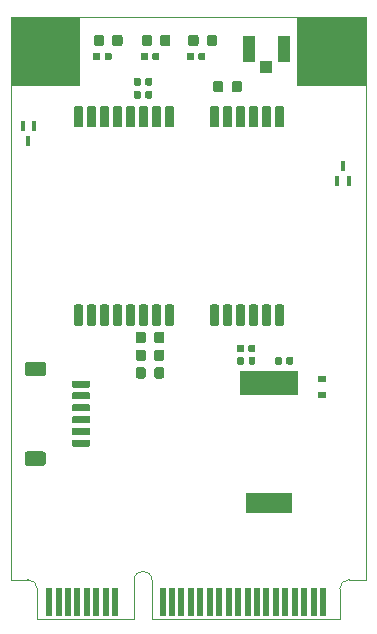
<source format=gbr>
G04 #@! TF.GenerationSoftware,KiCad,Pcbnew,5.1.5+dfsg1-2build2*
G04 #@! TF.CreationDate,2021-01-22T23:18:44+11:00*
G04 #@! TF.ProjectId,mPCIe-LEA-4L,6d504349-652d-44c4-9541-2d344c2e6b69,1*
G04 #@! TF.SameCoordinates,Original*
G04 #@! TF.FileFunction,Soldermask,Top*
G04 #@! TF.FilePolarity,Negative*
%FSLAX46Y46*%
G04 Gerber Fmt 4.6, Leading zero omitted, Abs format (unit mm)*
G04 Created by KiCad (PCBNEW 5.1.5+dfsg1-2build2) date 2021-01-22 23:18:44*
%MOMM*%
%LPD*%
G04 APERTURE LIST*
G04 #@! TA.AperFunction,Profile*
%ADD10C,0.050000*%
G04 #@! TD*
%ADD11C,0.350000*%
%ADD12R,0.600000X2.350000*%
%ADD13R,0.350000X0.810000*%
%ADD14R,5.000000X2.000000*%
%ADD15R,4.000000X1.700000*%
%ADD16R,1.050000X2.200000*%
%ADD17R,1.000000X1.050000*%
%ADD18R,0.700000X0.600000*%
G04 APERTURE END LIST*
D10*
G04 #@! TO.C,PC1*
X136900000Y-125000000D02*
X136900000Y-121750000D01*
X127200000Y-125000000D02*
X127200000Y-122500000D01*
X125000000Y-121700000D02*
X126400000Y-121700000D01*
X152800000Y-125000000D02*
X152800000Y-122500000D01*
X153600000Y-121700000D02*
X155000000Y-121700000D01*
X135400000Y-125000000D02*
X127200000Y-125000000D01*
X125000000Y-74050000D02*
X155000000Y-74050000D01*
X155000000Y-121700000D02*
X155000000Y-74050000D01*
X125000000Y-121700000D02*
X125000000Y-74050000D01*
X136900000Y-125000000D02*
X152800000Y-125000000D01*
X135400000Y-125000000D02*
X135400000Y-121750000D01*
X153600000Y-121700000D02*
G75*
G03X152800000Y-122500000I0J-800000D01*
G01*
X126400000Y-121700000D02*
G75*
G02X127200000Y-122500000I0J-800000D01*
G01*
X135400000Y-121750000D02*
G75*
G02X136900000Y-121750000I750000J0D01*
G01*
G04 #@! TD*
D11*
G04 #@! TO.C,R6*
G36*
X142752691Y-79476053D02*
G01*
X142773926Y-79479203D01*
X142794750Y-79484419D01*
X142814962Y-79491651D01*
X142834368Y-79500830D01*
X142852781Y-79511866D01*
X142870024Y-79524654D01*
X142885930Y-79539070D01*
X142900346Y-79554976D01*
X142913134Y-79572219D01*
X142924170Y-79590632D01*
X142933349Y-79610038D01*
X142940581Y-79630250D01*
X142945797Y-79651074D01*
X142948947Y-79672309D01*
X142950000Y-79693750D01*
X142950000Y-80206250D01*
X142948947Y-80227691D01*
X142945797Y-80248926D01*
X142940581Y-80269750D01*
X142933349Y-80289962D01*
X142924170Y-80309368D01*
X142913134Y-80327781D01*
X142900346Y-80345024D01*
X142885930Y-80360930D01*
X142870024Y-80375346D01*
X142852781Y-80388134D01*
X142834368Y-80399170D01*
X142814962Y-80408349D01*
X142794750Y-80415581D01*
X142773926Y-80420797D01*
X142752691Y-80423947D01*
X142731250Y-80425000D01*
X142293750Y-80425000D01*
X142272309Y-80423947D01*
X142251074Y-80420797D01*
X142230250Y-80415581D01*
X142210038Y-80408349D01*
X142190632Y-80399170D01*
X142172219Y-80388134D01*
X142154976Y-80375346D01*
X142139070Y-80360930D01*
X142124654Y-80345024D01*
X142111866Y-80327781D01*
X142100830Y-80309368D01*
X142091651Y-80289962D01*
X142084419Y-80269750D01*
X142079203Y-80248926D01*
X142076053Y-80227691D01*
X142075000Y-80206250D01*
X142075000Y-79693750D01*
X142076053Y-79672309D01*
X142079203Y-79651074D01*
X142084419Y-79630250D01*
X142091651Y-79610038D01*
X142100830Y-79590632D01*
X142111866Y-79572219D01*
X142124654Y-79554976D01*
X142139070Y-79539070D01*
X142154976Y-79524654D01*
X142172219Y-79511866D01*
X142190632Y-79500830D01*
X142210038Y-79491651D01*
X142230250Y-79484419D01*
X142251074Y-79479203D01*
X142272309Y-79476053D01*
X142293750Y-79475000D01*
X142731250Y-79475000D01*
X142752691Y-79476053D01*
G37*
G36*
X144327691Y-79476053D02*
G01*
X144348926Y-79479203D01*
X144369750Y-79484419D01*
X144389962Y-79491651D01*
X144409368Y-79500830D01*
X144427781Y-79511866D01*
X144445024Y-79524654D01*
X144460930Y-79539070D01*
X144475346Y-79554976D01*
X144488134Y-79572219D01*
X144499170Y-79590632D01*
X144508349Y-79610038D01*
X144515581Y-79630250D01*
X144520797Y-79651074D01*
X144523947Y-79672309D01*
X144525000Y-79693750D01*
X144525000Y-80206250D01*
X144523947Y-80227691D01*
X144520797Y-80248926D01*
X144515581Y-80269750D01*
X144508349Y-80289962D01*
X144499170Y-80309368D01*
X144488134Y-80327781D01*
X144475346Y-80345024D01*
X144460930Y-80360930D01*
X144445024Y-80375346D01*
X144427781Y-80388134D01*
X144409368Y-80399170D01*
X144389962Y-80408349D01*
X144369750Y-80415581D01*
X144348926Y-80420797D01*
X144327691Y-80423947D01*
X144306250Y-80425000D01*
X143868750Y-80425000D01*
X143847309Y-80423947D01*
X143826074Y-80420797D01*
X143805250Y-80415581D01*
X143785038Y-80408349D01*
X143765632Y-80399170D01*
X143747219Y-80388134D01*
X143729976Y-80375346D01*
X143714070Y-80360930D01*
X143699654Y-80345024D01*
X143686866Y-80327781D01*
X143675830Y-80309368D01*
X143666651Y-80289962D01*
X143659419Y-80269750D01*
X143654203Y-80248926D01*
X143651053Y-80227691D01*
X143650000Y-80206250D01*
X143650000Y-79693750D01*
X143651053Y-79672309D01*
X143654203Y-79651074D01*
X143659419Y-79630250D01*
X143666651Y-79610038D01*
X143675830Y-79590632D01*
X143686866Y-79572219D01*
X143699654Y-79554976D01*
X143714070Y-79539070D01*
X143729976Y-79524654D01*
X143747219Y-79511866D01*
X143765632Y-79500830D01*
X143785038Y-79491651D01*
X143805250Y-79484419D01*
X143826074Y-79479203D01*
X143847309Y-79476053D01*
X143868750Y-79475000D01*
X144306250Y-79475000D01*
X144327691Y-79476053D01*
G37*
G04 #@! TD*
G04 #@! TO.C,PC1*
G36*
X155004877Y-74025480D02*
G01*
X155009567Y-74026903D01*
X155013889Y-74029213D01*
X155017678Y-74032322D01*
X155020787Y-74036111D01*
X155023097Y-74040433D01*
X155024520Y-74045123D01*
X155025000Y-74050000D01*
X155025000Y-79850000D01*
X155024520Y-79854877D01*
X155023097Y-79859567D01*
X155020787Y-79863889D01*
X155017678Y-79867678D01*
X155013889Y-79870787D01*
X155009567Y-79873097D01*
X155004877Y-79874520D01*
X155000000Y-79875000D01*
X149200000Y-79875000D01*
X149195123Y-79874520D01*
X149190433Y-79873097D01*
X149186111Y-79870787D01*
X149182322Y-79867678D01*
X149179213Y-79863889D01*
X149176903Y-79859567D01*
X149175480Y-79854877D01*
X149175000Y-79850000D01*
X149175000Y-74050000D01*
X149175480Y-74045123D01*
X149176903Y-74040433D01*
X149179213Y-74036111D01*
X149182322Y-74032322D01*
X149186111Y-74029213D01*
X149190433Y-74026903D01*
X149195123Y-74025480D01*
X149200000Y-74025000D01*
X155000000Y-74025000D01*
X155004877Y-74025480D01*
G37*
G36*
X130804877Y-74025480D02*
G01*
X130809567Y-74026903D01*
X130813889Y-74029213D01*
X130817678Y-74032322D01*
X130820787Y-74036111D01*
X130823097Y-74040433D01*
X130824520Y-74045123D01*
X130825000Y-74050000D01*
X130825000Y-79850000D01*
X130824520Y-79854877D01*
X130823097Y-79859567D01*
X130820787Y-79863889D01*
X130817678Y-79867678D01*
X130813889Y-79870787D01*
X130809567Y-79873097D01*
X130804877Y-79874520D01*
X130800000Y-79875000D01*
X125000000Y-79875000D01*
X124995123Y-79874520D01*
X124990433Y-79873097D01*
X124986111Y-79870787D01*
X124982322Y-79867678D01*
X124979213Y-79863889D01*
X124976903Y-79859567D01*
X124975480Y-79854877D01*
X124975000Y-79850000D01*
X124975000Y-74050000D01*
X124975480Y-74045123D01*
X124976903Y-74040433D01*
X124979213Y-74036111D01*
X124982322Y-74032322D01*
X124986111Y-74029213D01*
X124990433Y-74026903D01*
X124995123Y-74025480D01*
X125000000Y-74025000D01*
X130800000Y-74025000D01*
X130804877Y-74025480D01*
G37*
D12*
X137800000Y-123625000D03*
X128200000Y-123625000D03*
X129000000Y-123625000D03*
X129800000Y-123625000D03*
X130600000Y-123625000D03*
X131400000Y-123625000D03*
X132200000Y-123625000D03*
X133000000Y-123625000D03*
X151400000Y-123625000D03*
X150600000Y-123625000D03*
X149800000Y-123625000D03*
X149000000Y-123625000D03*
X148200000Y-123625000D03*
X147400000Y-123625000D03*
X146600000Y-123625000D03*
X145800000Y-123625000D03*
X145000000Y-123625000D03*
X144200000Y-123625000D03*
X143400000Y-123625000D03*
X142600000Y-123625000D03*
X141800000Y-123625000D03*
X141000000Y-123625000D03*
X140200000Y-123625000D03*
X139400000Y-123625000D03*
X138600000Y-123625000D03*
X133800000Y-123625000D03*
G04 #@! TD*
D11*
G04 #@! TO.C,C3*
G36*
X136190191Y-100726053D02*
G01*
X136211426Y-100729203D01*
X136232250Y-100734419D01*
X136252462Y-100741651D01*
X136271868Y-100750830D01*
X136290281Y-100761866D01*
X136307524Y-100774654D01*
X136323430Y-100789070D01*
X136337846Y-100804976D01*
X136350634Y-100822219D01*
X136361670Y-100840632D01*
X136370849Y-100860038D01*
X136378081Y-100880250D01*
X136383297Y-100901074D01*
X136386447Y-100922309D01*
X136387500Y-100943750D01*
X136387500Y-101456250D01*
X136386447Y-101477691D01*
X136383297Y-101498926D01*
X136378081Y-101519750D01*
X136370849Y-101539962D01*
X136361670Y-101559368D01*
X136350634Y-101577781D01*
X136337846Y-101595024D01*
X136323430Y-101610930D01*
X136307524Y-101625346D01*
X136290281Y-101638134D01*
X136271868Y-101649170D01*
X136252462Y-101658349D01*
X136232250Y-101665581D01*
X136211426Y-101670797D01*
X136190191Y-101673947D01*
X136168750Y-101675000D01*
X135731250Y-101675000D01*
X135709809Y-101673947D01*
X135688574Y-101670797D01*
X135667750Y-101665581D01*
X135647538Y-101658349D01*
X135628132Y-101649170D01*
X135609719Y-101638134D01*
X135592476Y-101625346D01*
X135576570Y-101610930D01*
X135562154Y-101595024D01*
X135549366Y-101577781D01*
X135538330Y-101559368D01*
X135529151Y-101539962D01*
X135521919Y-101519750D01*
X135516703Y-101498926D01*
X135513553Y-101477691D01*
X135512500Y-101456250D01*
X135512500Y-100943750D01*
X135513553Y-100922309D01*
X135516703Y-100901074D01*
X135521919Y-100880250D01*
X135529151Y-100860038D01*
X135538330Y-100840632D01*
X135549366Y-100822219D01*
X135562154Y-100804976D01*
X135576570Y-100789070D01*
X135592476Y-100774654D01*
X135609719Y-100761866D01*
X135628132Y-100750830D01*
X135647538Y-100741651D01*
X135667750Y-100734419D01*
X135688574Y-100729203D01*
X135709809Y-100726053D01*
X135731250Y-100725000D01*
X136168750Y-100725000D01*
X136190191Y-100726053D01*
G37*
G36*
X137765191Y-100726053D02*
G01*
X137786426Y-100729203D01*
X137807250Y-100734419D01*
X137827462Y-100741651D01*
X137846868Y-100750830D01*
X137865281Y-100761866D01*
X137882524Y-100774654D01*
X137898430Y-100789070D01*
X137912846Y-100804976D01*
X137925634Y-100822219D01*
X137936670Y-100840632D01*
X137945849Y-100860038D01*
X137953081Y-100880250D01*
X137958297Y-100901074D01*
X137961447Y-100922309D01*
X137962500Y-100943750D01*
X137962500Y-101456250D01*
X137961447Y-101477691D01*
X137958297Y-101498926D01*
X137953081Y-101519750D01*
X137945849Y-101539962D01*
X137936670Y-101559368D01*
X137925634Y-101577781D01*
X137912846Y-101595024D01*
X137898430Y-101610930D01*
X137882524Y-101625346D01*
X137865281Y-101638134D01*
X137846868Y-101649170D01*
X137827462Y-101658349D01*
X137807250Y-101665581D01*
X137786426Y-101670797D01*
X137765191Y-101673947D01*
X137743750Y-101675000D01*
X137306250Y-101675000D01*
X137284809Y-101673947D01*
X137263574Y-101670797D01*
X137242750Y-101665581D01*
X137222538Y-101658349D01*
X137203132Y-101649170D01*
X137184719Y-101638134D01*
X137167476Y-101625346D01*
X137151570Y-101610930D01*
X137137154Y-101595024D01*
X137124366Y-101577781D01*
X137113330Y-101559368D01*
X137104151Y-101539962D01*
X137096919Y-101519750D01*
X137091703Y-101498926D01*
X137088553Y-101477691D01*
X137087500Y-101456250D01*
X137087500Y-100943750D01*
X137088553Y-100922309D01*
X137091703Y-100901074D01*
X137096919Y-100880250D01*
X137104151Y-100860038D01*
X137113330Y-100840632D01*
X137124366Y-100822219D01*
X137137154Y-100804976D01*
X137151570Y-100789070D01*
X137167476Y-100774654D01*
X137184719Y-100761866D01*
X137203132Y-100750830D01*
X137222538Y-100741651D01*
X137242750Y-100734419D01*
X137263574Y-100729203D01*
X137284809Y-100726053D01*
X137306250Y-100725000D01*
X137743750Y-100725000D01*
X137765191Y-100726053D01*
G37*
G04 #@! TD*
G04 #@! TO.C,U1*
G36*
X130919603Y-98400963D02*
G01*
X130939018Y-98403843D01*
X130958057Y-98408612D01*
X130976537Y-98415224D01*
X130994279Y-98423616D01*
X131011114Y-98433706D01*
X131026879Y-98445398D01*
X131041421Y-98458579D01*
X131054602Y-98473121D01*
X131066294Y-98488886D01*
X131076384Y-98505721D01*
X131084776Y-98523463D01*
X131091388Y-98541943D01*
X131096157Y-98560982D01*
X131099037Y-98580397D01*
X131100000Y-98600000D01*
X131100000Y-100000000D01*
X131099037Y-100019603D01*
X131096157Y-100039018D01*
X131091388Y-100058057D01*
X131084776Y-100076537D01*
X131076384Y-100094279D01*
X131066294Y-100111114D01*
X131054602Y-100126879D01*
X131041421Y-100141421D01*
X131026879Y-100154602D01*
X131011114Y-100166294D01*
X130994279Y-100176384D01*
X130976537Y-100184776D01*
X130958057Y-100191388D01*
X130939018Y-100196157D01*
X130919603Y-100199037D01*
X130900000Y-100200000D01*
X130500000Y-100200000D01*
X130480397Y-100199037D01*
X130460982Y-100196157D01*
X130441943Y-100191388D01*
X130423463Y-100184776D01*
X130405721Y-100176384D01*
X130388886Y-100166294D01*
X130373121Y-100154602D01*
X130358579Y-100141421D01*
X130345398Y-100126879D01*
X130333706Y-100111114D01*
X130323616Y-100094279D01*
X130315224Y-100076537D01*
X130308612Y-100058057D01*
X130303843Y-100039018D01*
X130300963Y-100019603D01*
X130300000Y-100000000D01*
X130300000Y-98600000D01*
X130300963Y-98580397D01*
X130303843Y-98560982D01*
X130308612Y-98541943D01*
X130315224Y-98523463D01*
X130323616Y-98505721D01*
X130333706Y-98488886D01*
X130345398Y-98473121D01*
X130358579Y-98458579D01*
X130373121Y-98445398D01*
X130388886Y-98433706D01*
X130405721Y-98423616D01*
X130423463Y-98415224D01*
X130441943Y-98408612D01*
X130460982Y-98403843D01*
X130480397Y-98400963D01*
X130500000Y-98400000D01*
X130900000Y-98400000D01*
X130919603Y-98400963D01*
G37*
G36*
X132019603Y-98400963D02*
G01*
X132039018Y-98403843D01*
X132058057Y-98408612D01*
X132076537Y-98415224D01*
X132094279Y-98423616D01*
X132111114Y-98433706D01*
X132126879Y-98445398D01*
X132141421Y-98458579D01*
X132154602Y-98473121D01*
X132166294Y-98488886D01*
X132176384Y-98505721D01*
X132184776Y-98523463D01*
X132191388Y-98541943D01*
X132196157Y-98560982D01*
X132199037Y-98580397D01*
X132200000Y-98600000D01*
X132200000Y-100000000D01*
X132199037Y-100019603D01*
X132196157Y-100039018D01*
X132191388Y-100058057D01*
X132184776Y-100076537D01*
X132176384Y-100094279D01*
X132166294Y-100111114D01*
X132154602Y-100126879D01*
X132141421Y-100141421D01*
X132126879Y-100154602D01*
X132111114Y-100166294D01*
X132094279Y-100176384D01*
X132076537Y-100184776D01*
X132058057Y-100191388D01*
X132039018Y-100196157D01*
X132019603Y-100199037D01*
X132000000Y-100200000D01*
X131600000Y-100200000D01*
X131580397Y-100199037D01*
X131560982Y-100196157D01*
X131541943Y-100191388D01*
X131523463Y-100184776D01*
X131505721Y-100176384D01*
X131488886Y-100166294D01*
X131473121Y-100154602D01*
X131458579Y-100141421D01*
X131445398Y-100126879D01*
X131433706Y-100111114D01*
X131423616Y-100094279D01*
X131415224Y-100076537D01*
X131408612Y-100058057D01*
X131403843Y-100039018D01*
X131400963Y-100019603D01*
X131400000Y-100000000D01*
X131400000Y-98600000D01*
X131400963Y-98580397D01*
X131403843Y-98560982D01*
X131408612Y-98541943D01*
X131415224Y-98523463D01*
X131423616Y-98505721D01*
X131433706Y-98488886D01*
X131445398Y-98473121D01*
X131458579Y-98458579D01*
X131473121Y-98445398D01*
X131488886Y-98433706D01*
X131505721Y-98423616D01*
X131523463Y-98415224D01*
X131541943Y-98408612D01*
X131560982Y-98403843D01*
X131580397Y-98400963D01*
X131600000Y-98400000D01*
X132000000Y-98400000D01*
X132019603Y-98400963D01*
G37*
G36*
X133119603Y-98400963D02*
G01*
X133139018Y-98403843D01*
X133158057Y-98408612D01*
X133176537Y-98415224D01*
X133194279Y-98423616D01*
X133211114Y-98433706D01*
X133226879Y-98445398D01*
X133241421Y-98458579D01*
X133254602Y-98473121D01*
X133266294Y-98488886D01*
X133276384Y-98505721D01*
X133284776Y-98523463D01*
X133291388Y-98541943D01*
X133296157Y-98560982D01*
X133299037Y-98580397D01*
X133300000Y-98600000D01*
X133300000Y-100000000D01*
X133299037Y-100019603D01*
X133296157Y-100039018D01*
X133291388Y-100058057D01*
X133284776Y-100076537D01*
X133276384Y-100094279D01*
X133266294Y-100111114D01*
X133254602Y-100126879D01*
X133241421Y-100141421D01*
X133226879Y-100154602D01*
X133211114Y-100166294D01*
X133194279Y-100176384D01*
X133176537Y-100184776D01*
X133158057Y-100191388D01*
X133139018Y-100196157D01*
X133119603Y-100199037D01*
X133100000Y-100200000D01*
X132700000Y-100200000D01*
X132680397Y-100199037D01*
X132660982Y-100196157D01*
X132641943Y-100191388D01*
X132623463Y-100184776D01*
X132605721Y-100176384D01*
X132588886Y-100166294D01*
X132573121Y-100154602D01*
X132558579Y-100141421D01*
X132545398Y-100126879D01*
X132533706Y-100111114D01*
X132523616Y-100094279D01*
X132515224Y-100076537D01*
X132508612Y-100058057D01*
X132503843Y-100039018D01*
X132500963Y-100019603D01*
X132500000Y-100000000D01*
X132500000Y-98600000D01*
X132500963Y-98580397D01*
X132503843Y-98560982D01*
X132508612Y-98541943D01*
X132515224Y-98523463D01*
X132523616Y-98505721D01*
X132533706Y-98488886D01*
X132545398Y-98473121D01*
X132558579Y-98458579D01*
X132573121Y-98445398D01*
X132588886Y-98433706D01*
X132605721Y-98423616D01*
X132623463Y-98415224D01*
X132641943Y-98408612D01*
X132660982Y-98403843D01*
X132680397Y-98400963D01*
X132700000Y-98400000D01*
X133100000Y-98400000D01*
X133119603Y-98400963D01*
G37*
G36*
X134219603Y-98400963D02*
G01*
X134239018Y-98403843D01*
X134258057Y-98408612D01*
X134276537Y-98415224D01*
X134294279Y-98423616D01*
X134311114Y-98433706D01*
X134326879Y-98445398D01*
X134341421Y-98458579D01*
X134354602Y-98473121D01*
X134366294Y-98488886D01*
X134376384Y-98505721D01*
X134384776Y-98523463D01*
X134391388Y-98541943D01*
X134396157Y-98560982D01*
X134399037Y-98580397D01*
X134400000Y-98600000D01*
X134400000Y-100000000D01*
X134399037Y-100019603D01*
X134396157Y-100039018D01*
X134391388Y-100058057D01*
X134384776Y-100076537D01*
X134376384Y-100094279D01*
X134366294Y-100111114D01*
X134354602Y-100126879D01*
X134341421Y-100141421D01*
X134326879Y-100154602D01*
X134311114Y-100166294D01*
X134294279Y-100176384D01*
X134276537Y-100184776D01*
X134258057Y-100191388D01*
X134239018Y-100196157D01*
X134219603Y-100199037D01*
X134200000Y-100200000D01*
X133800000Y-100200000D01*
X133780397Y-100199037D01*
X133760982Y-100196157D01*
X133741943Y-100191388D01*
X133723463Y-100184776D01*
X133705721Y-100176384D01*
X133688886Y-100166294D01*
X133673121Y-100154602D01*
X133658579Y-100141421D01*
X133645398Y-100126879D01*
X133633706Y-100111114D01*
X133623616Y-100094279D01*
X133615224Y-100076537D01*
X133608612Y-100058057D01*
X133603843Y-100039018D01*
X133600963Y-100019603D01*
X133600000Y-100000000D01*
X133600000Y-98600000D01*
X133600963Y-98580397D01*
X133603843Y-98560982D01*
X133608612Y-98541943D01*
X133615224Y-98523463D01*
X133623616Y-98505721D01*
X133633706Y-98488886D01*
X133645398Y-98473121D01*
X133658579Y-98458579D01*
X133673121Y-98445398D01*
X133688886Y-98433706D01*
X133705721Y-98423616D01*
X133723463Y-98415224D01*
X133741943Y-98408612D01*
X133760982Y-98403843D01*
X133780397Y-98400963D01*
X133800000Y-98400000D01*
X134200000Y-98400000D01*
X134219603Y-98400963D01*
G37*
G36*
X135319603Y-98400963D02*
G01*
X135339018Y-98403843D01*
X135358057Y-98408612D01*
X135376537Y-98415224D01*
X135394279Y-98423616D01*
X135411114Y-98433706D01*
X135426879Y-98445398D01*
X135441421Y-98458579D01*
X135454602Y-98473121D01*
X135466294Y-98488886D01*
X135476384Y-98505721D01*
X135484776Y-98523463D01*
X135491388Y-98541943D01*
X135496157Y-98560982D01*
X135499037Y-98580397D01*
X135500000Y-98600000D01*
X135500000Y-100000000D01*
X135499037Y-100019603D01*
X135496157Y-100039018D01*
X135491388Y-100058057D01*
X135484776Y-100076537D01*
X135476384Y-100094279D01*
X135466294Y-100111114D01*
X135454602Y-100126879D01*
X135441421Y-100141421D01*
X135426879Y-100154602D01*
X135411114Y-100166294D01*
X135394279Y-100176384D01*
X135376537Y-100184776D01*
X135358057Y-100191388D01*
X135339018Y-100196157D01*
X135319603Y-100199037D01*
X135300000Y-100200000D01*
X134900000Y-100200000D01*
X134880397Y-100199037D01*
X134860982Y-100196157D01*
X134841943Y-100191388D01*
X134823463Y-100184776D01*
X134805721Y-100176384D01*
X134788886Y-100166294D01*
X134773121Y-100154602D01*
X134758579Y-100141421D01*
X134745398Y-100126879D01*
X134733706Y-100111114D01*
X134723616Y-100094279D01*
X134715224Y-100076537D01*
X134708612Y-100058057D01*
X134703843Y-100039018D01*
X134700963Y-100019603D01*
X134700000Y-100000000D01*
X134700000Y-98600000D01*
X134700963Y-98580397D01*
X134703843Y-98560982D01*
X134708612Y-98541943D01*
X134715224Y-98523463D01*
X134723616Y-98505721D01*
X134733706Y-98488886D01*
X134745398Y-98473121D01*
X134758579Y-98458579D01*
X134773121Y-98445398D01*
X134788886Y-98433706D01*
X134805721Y-98423616D01*
X134823463Y-98415224D01*
X134841943Y-98408612D01*
X134860982Y-98403843D01*
X134880397Y-98400963D01*
X134900000Y-98400000D01*
X135300000Y-98400000D01*
X135319603Y-98400963D01*
G37*
G36*
X136419603Y-98400963D02*
G01*
X136439018Y-98403843D01*
X136458057Y-98408612D01*
X136476537Y-98415224D01*
X136494279Y-98423616D01*
X136511114Y-98433706D01*
X136526879Y-98445398D01*
X136541421Y-98458579D01*
X136554602Y-98473121D01*
X136566294Y-98488886D01*
X136576384Y-98505721D01*
X136584776Y-98523463D01*
X136591388Y-98541943D01*
X136596157Y-98560982D01*
X136599037Y-98580397D01*
X136600000Y-98600000D01*
X136600000Y-100000000D01*
X136599037Y-100019603D01*
X136596157Y-100039018D01*
X136591388Y-100058057D01*
X136584776Y-100076537D01*
X136576384Y-100094279D01*
X136566294Y-100111114D01*
X136554602Y-100126879D01*
X136541421Y-100141421D01*
X136526879Y-100154602D01*
X136511114Y-100166294D01*
X136494279Y-100176384D01*
X136476537Y-100184776D01*
X136458057Y-100191388D01*
X136439018Y-100196157D01*
X136419603Y-100199037D01*
X136400000Y-100200000D01*
X136000000Y-100200000D01*
X135980397Y-100199037D01*
X135960982Y-100196157D01*
X135941943Y-100191388D01*
X135923463Y-100184776D01*
X135905721Y-100176384D01*
X135888886Y-100166294D01*
X135873121Y-100154602D01*
X135858579Y-100141421D01*
X135845398Y-100126879D01*
X135833706Y-100111114D01*
X135823616Y-100094279D01*
X135815224Y-100076537D01*
X135808612Y-100058057D01*
X135803843Y-100039018D01*
X135800963Y-100019603D01*
X135800000Y-100000000D01*
X135800000Y-98600000D01*
X135800963Y-98580397D01*
X135803843Y-98560982D01*
X135808612Y-98541943D01*
X135815224Y-98523463D01*
X135823616Y-98505721D01*
X135833706Y-98488886D01*
X135845398Y-98473121D01*
X135858579Y-98458579D01*
X135873121Y-98445398D01*
X135888886Y-98433706D01*
X135905721Y-98423616D01*
X135923463Y-98415224D01*
X135941943Y-98408612D01*
X135960982Y-98403843D01*
X135980397Y-98400963D01*
X136000000Y-98400000D01*
X136400000Y-98400000D01*
X136419603Y-98400963D01*
G37*
G36*
X137519603Y-98400963D02*
G01*
X137539018Y-98403843D01*
X137558057Y-98408612D01*
X137576537Y-98415224D01*
X137594279Y-98423616D01*
X137611114Y-98433706D01*
X137626879Y-98445398D01*
X137641421Y-98458579D01*
X137654602Y-98473121D01*
X137666294Y-98488886D01*
X137676384Y-98505721D01*
X137684776Y-98523463D01*
X137691388Y-98541943D01*
X137696157Y-98560982D01*
X137699037Y-98580397D01*
X137700000Y-98600000D01*
X137700000Y-100000000D01*
X137699037Y-100019603D01*
X137696157Y-100039018D01*
X137691388Y-100058057D01*
X137684776Y-100076537D01*
X137676384Y-100094279D01*
X137666294Y-100111114D01*
X137654602Y-100126879D01*
X137641421Y-100141421D01*
X137626879Y-100154602D01*
X137611114Y-100166294D01*
X137594279Y-100176384D01*
X137576537Y-100184776D01*
X137558057Y-100191388D01*
X137539018Y-100196157D01*
X137519603Y-100199037D01*
X137500000Y-100200000D01*
X137100000Y-100200000D01*
X137080397Y-100199037D01*
X137060982Y-100196157D01*
X137041943Y-100191388D01*
X137023463Y-100184776D01*
X137005721Y-100176384D01*
X136988886Y-100166294D01*
X136973121Y-100154602D01*
X136958579Y-100141421D01*
X136945398Y-100126879D01*
X136933706Y-100111114D01*
X136923616Y-100094279D01*
X136915224Y-100076537D01*
X136908612Y-100058057D01*
X136903843Y-100039018D01*
X136900963Y-100019603D01*
X136900000Y-100000000D01*
X136900000Y-98600000D01*
X136900963Y-98580397D01*
X136903843Y-98560982D01*
X136908612Y-98541943D01*
X136915224Y-98523463D01*
X136923616Y-98505721D01*
X136933706Y-98488886D01*
X136945398Y-98473121D01*
X136958579Y-98458579D01*
X136973121Y-98445398D01*
X136988886Y-98433706D01*
X137005721Y-98423616D01*
X137023463Y-98415224D01*
X137041943Y-98408612D01*
X137060982Y-98403843D01*
X137080397Y-98400963D01*
X137100000Y-98400000D01*
X137500000Y-98400000D01*
X137519603Y-98400963D01*
G37*
G36*
X138619603Y-98400963D02*
G01*
X138639018Y-98403843D01*
X138658057Y-98408612D01*
X138676537Y-98415224D01*
X138694279Y-98423616D01*
X138711114Y-98433706D01*
X138726879Y-98445398D01*
X138741421Y-98458579D01*
X138754602Y-98473121D01*
X138766294Y-98488886D01*
X138776384Y-98505721D01*
X138784776Y-98523463D01*
X138791388Y-98541943D01*
X138796157Y-98560982D01*
X138799037Y-98580397D01*
X138800000Y-98600000D01*
X138800000Y-100000000D01*
X138799037Y-100019603D01*
X138796157Y-100039018D01*
X138791388Y-100058057D01*
X138784776Y-100076537D01*
X138776384Y-100094279D01*
X138766294Y-100111114D01*
X138754602Y-100126879D01*
X138741421Y-100141421D01*
X138726879Y-100154602D01*
X138711114Y-100166294D01*
X138694279Y-100176384D01*
X138676537Y-100184776D01*
X138658057Y-100191388D01*
X138639018Y-100196157D01*
X138619603Y-100199037D01*
X138600000Y-100200000D01*
X138200000Y-100200000D01*
X138180397Y-100199037D01*
X138160982Y-100196157D01*
X138141943Y-100191388D01*
X138123463Y-100184776D01*
X138105721Y-100176384D01*
X138088886Y-100166294D01*
X138073121Y-100154602D01*
X138058579Y-100141421D01*
X138045398Y-100126879D01*
X138033706Y-100111114D01*
X138023616Y-100094279D01*
X138015224Y-100076537D01*
X138008612Y-100058057D01*
X138003843Y-100039018D01*
X138000963Y-100019603D01*
X138000000Y-100000000D01*
X138000000Y-98600000D01*
X138000963Y-98580397D01*
X138003843Y-98560982D01*
X138008612Y-98541943D01*
X138015224Y-98523463D01*
X138023616Y-98505721D01*
X138033706Y-98488886D01*
X138045398Y-98473121D01*
X138058579Y-98458579D01*
X138073121Y-98445398D01*
X138088886Y-98433706D01*
X138105721Y-98423616D01*
X138123463Y-98415224D01*
X138141943Y-98408612D01*
X138160982Y-98403843D01*
X138180397Y-98400963D01*
X138200000Y-98400000D01*
X138600000Y-98400000D01*
X138619603Y-98400963D01*
G37*
G36*
X142419603Y-98400963D02*
G01*
X142439018Y-98403843D01*
X142458057Y-98408612D01*
X142476537Y-98415224D01*
X142494279Y-98423616D01*
X142511114Y-98433706D01*
X142526879Y-98445398D01*
X142541421Y-98458579D01*
X142554602Y-98473121D01*
X142566294Y-98488886D01*
X142576384Y-98505721D01*
X142584776Y-98523463D01*
X142591388Y-98541943D01*
X142596157Y-98560982D01*
X142599037Y-98580397D01*
X142600000Y-98600000D01*
X142600000Y-100000000D01*
X142599037Y-100019603D01*
X142596157Y-100039018D01*
X142591388Y-100058057D01*
X142584776Y-100076537D01*
X142576384Y-100094279D01*
X142566294Y-100111114D01*
X142554602Y-100126879D01*
X142541421Y-100141421D01*
X142526879Y-100154602D01*
X142511114Y-100166294D01*
X142494279Y-100176384D01*
X142476537Y-100184776D01*
X142458057Y-100191388D01*
X142439018Y-100196157D01*
X142419603Y-100199037D01*
X142400000Y-100200000D01*
X142000000Y-100200000D01*
X141980397Y-100199037D01*
X141960982Y-100196157D01*
X141941943Y-100191388D01*
X141923463Y-100184776D01*
X141905721Y-100176384D01*
X141888886Y-100166294D01*
X141873121Y-100154602D01*
X141858579Y-100141421D01*
X141845398Y-100126879D01*
X141833706Y-100111114D01*
X141823616Y-100094279D01*
X141815224Y-100076537D01*
X141808612Y-100058057D01*
X141803843Y-100039018D01*
X141800963Y-100019603D01*
X141800000Y-100000000D01*
X141800000Y-98600000D01*
X141800963Y-98580397D01*
X141803843Y-98560982D01*
X141808612Y-98541943D01*
X141815224Y-98523463D01*
X141823616Y-98505721D01*
X141833706Y-98488886D01*
X141845398Y-98473121D01*
X141858579Y-98458579D01*
X141873121Y-98445398D01*
X141888886Y-98433706D01*
X141905721Y-98423616D01*
X141923463Y-98415224D01*
X141941943Y-98408612D01*
X141960982Y-98403843D01*
X141980397Y-98400963D01*
X142000000Y-98400000D01*
X142400000Y-98400000D01*
X142419603Y-98400963D01*
G37*
G36*
X143519603Y-98400963D02*
G01*
X143539018Y-98403843D01*
X143558057Y-98408612D01*
X143576537Y-98415224D01*
X143594279Y-98423616D01*
X143611114Y-98433706D01*
X143626879Y-98445398D01*
X143641421Y-98458579D01*
X143654602Y-98473121D01*
X143666294Y-98488886D01*
X143676384Y-98505721D01*
X143684776Y-98523463D01*
X143691388Y-98541943D01*
X143696157Y-98560982D01*
X143699037Y-98580397D01*
X143700000Y-98600000D01*
X143700000Y-100000000D01*
X143699037Y-100019603D01*
X143696157Y-100039018D01*
X143691388Y-100058057D01*
X143684776Y-100076537D01*
X143676384Y-100094279D01*
X143666294Y-100111114D01*
X143654602Y-100126879D01*
X143641421Y-100141421D01*
X143626879Y-100154602D01*
X143611114Y-100166294D01*
X143594279Y-100176384D01*
X143576537Y-100184776D01*
X143558057Y-100191388D01*
X143539018Y-100196157D01*
X143519603Y-100199037D01*
X143500000Y-100200000D01*
X143100000Y-100200000D01*
X143080397Y-100199037D01*
X143060982Y-100196157D01*
X143041943Y-100191388D01*
X143023463Y-100184776D01*
X143005721Y-100176384D01*
X142988886Y-100166294D01*
X142973121Y-100154602D01*
X142958579Y-100141421D01*
X142945398Y-100126879D01*
X142933706Y-100111114D01*
X142923616Y-100094279D01*
X142915224Y-100076537D01*
X142908612Y-100058057D01*
X142903843Y-100039018D01*
X142900963Y-100019603D01*
X142900000Y-100000000D01*
X142900000Y-98600000D01*
X142900963Y-98580397D01*
X142903843Y-98560982D01*
X142908612Y-98541943D01*
X142915224Y-98523463D01*
X142923616Y-98505721D01*
X142933706Y-98488886D01*
X142945398Y-98473121D01*
X142958579Y-98458579D01*
X142973121Y-98445398D01*
X142988886Y-98433706D01*
X143005721Y-98423616D01*
X143023463Y-98415224D01*
X143041943Y-98408612D01*
X143060982Y-98403843D01*
X143080397Y-98400963D01*
X143100000Y-98400000D01*
X143500000Y-98400000D01*
X143519603Y-98400963D01*
G37*
G36*
X144619603Y-98400963D02*
G01*
X144639018Y-98403843D01*
X144658057Y-98408612D01*
X144676537Y-98415224D01*
X144694279Y-98423616D01*
X144711114Y-98433706D01*
X144726879Y-98445398D01*
X144741421Y-98458579D01*
X144754602Y-98473121D01*
X144766294Y-98488886D01*
X144776384Y-98505721D01*
X144784776Y-98523463D01*
X144791388Y-98541943D01*
X144796157Y-98560982D01*
X144799037Y-98580397D01*
X144800000Y-98600000D01*
X144800000Y-100000000D01*
X144799037Y-100019603D01*
X144796157Y-100039018D01*
X144791388Y-100058057D01*
X144784776Y-100076537D01*
X144776384Y-100094279D01*
X144766294Y-100111114D01*
X144754602Y-100126879D01*
X144741421Y-100141421D01*
X144726879Y-100154602D01*
X144711114Y-100166294D01*
X144694279Y-100176384D01*
X144676537Y-100184776D01*
X144658057Y-100191388D01*
X144639018Y-100196157D01*
X144619603Y-100199037D01*
X144600000Y-100200000D01*
X144200000Y-100200000D01*
X144180397Y-100199037D01*
X144160982Y-100196157D01*
X144141943Y-100191388D01*
X144123463Y-100184776D01*
X144105721Y-100176384D01*
X144088886Y-100166294D01*
X144073121Y-100154602D01*
X144058579Y-100141421D01*
X144045398Y-100126879D01*
X144033706Y-100111114D01*
X144023616Y-100094279D01*
X144015224Y-100076537D01*
X144008612Y-100058057D01*
X144003843Y-100039018D01*
X144000963Y-100019603D01*
X144000000Y-100000000D01*
X144000000Y-98600000D01*
X144000963Y-98580397D01*
X144003843Y-98560982D01*
X144008612Y-98541943D01*
X144015224Y-98523463D01*
X144023616Y-98505721D01*
X144033706Y-98488886D01*
X144045398Y-98473121D01*
X144058579Y-98458579D01*
X144073121Y-98445398D01*
X144088886Y-98433706D01*
X144105721Y-98423616D01*
X144123463Y-98415224D01*
X144141943Y-98408612D01*
X144160982Y-98403843D01*
X144180397Y-98400963D01*
X144200000Y-98400000D01*
X144600000Y-98400000D01*
X144619603Y-98400963D01*
G37*
G36*
X145719603Y-98400963D02*
G01*
X145739018Y-98403843D01*
X145758057Y-98408612D01*
X145776537Y-98415224D01*
X145794279Y-98423616D01*
X145811114Y-98433706D01*
X145826879Y-98445398D01*
X145841421Y-98458579D01*
X145854602Y-98473121D01*
X145866294Y-98488886D01*
X145876384Y-98505721D01*
X145884776Y-98523463D01*
X145891388Y-98541943D01*
X145896157Y-98560982D01*
X145899037Y-98580397D01*
X145900000Y-98600000D01*
X145900000Y-100000000D01*
X145899037Y-100019603D01*
X145896157Y-100039018D01*
X145891388Y-100058057D01*
X145884776Y-100076537D01*
X145876384Y-100094279D01*
X145866294Y-100111114D01*
X145854602Y-100126879D01*
X145841421Y-100141421D01*
X145826879Y-100154602D01*
X145811114Y-100166294D01*
X145794279Y-100176384D01*
X145776537Y-100184776D01*
X145758057Y-100191388D01*
X145739018Y-100196157D01*
X145719603Y-100199037D01*
X145700000Y-100200000D01*
X145300000Y-100200000D01*
X145280397Y-100199037D01*
X145260982Y-100196157D01*
X145241943Y-100191388D01*
X145223463Y-100184776D01*
X145205721Y-100176384D01*
X145188886Y-100166294D01*
X145173121Y-100154602D01*
X145158579Y-100141421D01*
X145145398Y-100126879D01*
X145133706Y-100111114D01*
X145123616Y-100094279D01*
X145115224Y-100076537D01*
X145108612Y-100058057D01*
X145103843Y-100039018D01*
X145100963Y-100019603D01*
X145100000Y-100000000D01*
X145100000Y-98600000D01*
X145100963Y-98580397D01*
X145103843Y-98560982D01*
X145108612Y-98541943D01*
X145115224Y-98523463D01*
X145123616Y-98505721D01*
X145133706Y-98488886D01*
X145145398Y-98473121D01*
X145158579Y-98458579D01*
X145173121Y-98445398D01*
X145188886Y-98433706D01*
X145205721Y-98423616D01*
X145223463Y-98415224D01*
X145241943Y-98408612D01*
X145260982Y-98403843D01*
X145280397Y-98400963D01*
X145300000Y-98400000D01*
X145700000Y-98400000D01*
X145719603Y-98400963D01*
G37*
G36*
X146819603Y-98400963D02*
G01*
X146839018Y-98403843D01*
X146858057Y-98408612D01*
X146876537Y-98415224D01*
X146894279Y-98423616D01*
X146911114Y-98433706D01*
X146926879Y-98445398D01*
X146941421Y-98458579D01*
X146954602Y-98473121D01*
X146966294Y-98488886D01*
X146976384Y-98505721D01*
X146984776Y-98523463D01*
X146991388Y-98541943D01*
X146996157Y-98560982D01*
X146999037Y-98580397D01*
X147000000Y-98600000D01*
X147000000Y-100000000D01*
X146999037Y-100019603D01*
X146996157Y-100039018D01*
X146991388Y-100058057D01*
X146984776Y-100076537D01*
X146976384Y-100094279D01*
X146966294Y-100111114D01*
X146954602Y-100126879D01*
X146941421Y-100141421D01*
X146926879Y-100154602D01*
X146911114Y-100166294D01*
X146894279Y-100176384D01*
X146876537Y-100184776D01*
X146858057Y-100191388D01*
X146839018Y-100196157D01*
X146819603Y-100199037D01*
X146800000Y-100200000D01*
X146400000Y-100200000D01*
X146380397Y-100199037D01*
X146360982Y-100196157D01*
X146341943Y-100191388D01*
X146323463Y-100184776D01*
X146305721Y-100176384D01*
X146288886Y-100166294D01*
X146273121Y-100154602D01*
X146258579Y-100141421D01*
X146245398Y-100126879D01*
X146233706Y-100111114D01*
X146223616Y-100094279D01*
X146215224Y-100076537D01*
X146208612Y-100058057D01*
X146203843Y-100039018D01*
X146200963Y-100019603D01*
X146200000Y-100000000D01*
X146200000Y-98600000D01*
X146200963Y-98580397D01*
X146203843Y-98560982D01*
X146208612Y-98541943D01*
X146215224Y-98523463D01*
X146223616Y-98505721D01*
X146233706Y-98488886D01*
X146245398Y-98473121D01*
X146258579Y-98458579D01*
X146273121Y-98445398D01*
X146288886Y-98433706D01*
X146305721Y-98423616D01*
X146323463Y-98415224D01*
X146341943Y-98408612D01*
X146360982Y-98403843D01*
X146380397Y-98400963D01*
X146400000Y-98400000D01*
X146800000Y-98400000D01*
X146819603Y-98400963D01*
G37*
G36*
X147919603Y-98400963D02*
G01*
X147939018Y-98403843D01*
X147958057Y-98408612D01*
X147976537Y-98415224D01*
X147994279Y-98423616D01*
X148011114Y-98433706D01*
X148026879Y-98445398D01*
X148041421Y-98458579D01*
X148054602Y-98473121D01*
X148066294Y-98488886D01*
X148076384Y-98505721D01*
X148084776Y-98523463D01*
X148091388Y-98541943D01*
X148096157Y-98560982D01*
X148099037Y-98580397D01*
X148100000Y-98600000D01*
X148100000Y-100000000D01*
X148099037Y-100019603D01*
X148096157Y-100039018D01*
X148091388Y-100058057D01*
X148084776Y-100076537D01*
X148076384Y-100094279D01*
X148066294Y-100111114D01*
X148054602Y-100126879D01*
X148041421Y-100141421D01*
X148026879Y-100154602D01*
X148011114Y-100166294D01*
X147994279Y-100176384D01*
X147976537Y-100184776D01*
X147958057Y-100191388D01*
X147939018Y-100196157D01*
X147919603Y-100199037D01*
X147900000Y-100200000D01*
X147500000Y-100200000D01*
X147480397Y-100199037D01*
X147460982Y-100196157D01*
X147441943Y-100191388D01*
X147423463Y-100184776D01*
X147405721Y-100176384D01*
X147388886Y-100166294D01*
X147373121Y-100154602D01*
X147358579Y-100141421D01*
X147345398Y-100126879D01*
X147333706Y-100111114D01*
X147323616Y-100094279D01*
X147315224Y-100076537D01*
X147308612Y-100058057D01*
X147303843Y-100039018D01*
X147300963Y-100019603D01*
X147300000Y-100000000D01*
X147300000Y-98600000D01*
X147300963Y-98580397D01*
X147303843Y-98560982D01*
X147308612Y-98541943D01*
X147315224Y-98523463D01*
X147323616Y-98505721D01*
X147333706Y-98488886D01*
X147345398Y-98473121D01*
X147358579Y-98458579D01*
X147373121Y-98445398D01*
X147388886Y-98433706D01*
X147405721Y-98423616D01*
X147423463Y-98415224D01*
X147441943Y-98408612D01*
X147460982Y-98403843D01*
X147480397Y-98400963D01*
X147500000Y-98400000D01*
X147900000Y-98400000D01*
X147919603Y-98400963D01*
G37*
G36*
X147919603Y-81600963D02*
G01*
X147939018Y-81603843D01*
X147958057Y-81608612D01*
X147976537Y-81615224D01*
X147994279Y-81623616D01*
X148011114Y-81633706D01*
X148026879Y-81645398D01*
X148041421Y-81658579D01*
X148054602Y-81673121D01*
X148066294Y-81688886D01*
X148076384Y-81705721D01*
X148084776Y-81723463D01*
X148091388Y-81741943D01*
X148096157Y-81760982D01*
X148099037Y-81780397D01*
X148100000Y-81800000D01*
X148100000Y-83200000D01*
X148099037Y-83219603D01*
X148096157Y-83239018D01*
X148091388Y-83258057D01*
X148084776Y-83276537D01*
X148076384Y-83294279D01*
X148066294Y-83311114D01*
X148054602Y-83326879D01*
X148041421Y-83341421D01*
X148026879Y-83354602D01*
X148011114Y-83366294D01*
X147994279Y-83376384D01*
X147976537Y-83384776D01*
X147958057Y-83391388D01*
X147939018Y-83396157D01*
X147919603Y-83399037D01*
X147900000Y-83400000D01*
X147500000Y-83400000D01*
X147480397Y-83399037D01*
X147460982Y-83396157D01*
X147441943Y-83391388D01*
X147423463Y-83384776D01*
X147405721Y-83376384D01*
X147388886Y-83366294D01*
X147373121Y-83354602D01*
X147358579Y-83341421D01*
X147345398Y-83326879D01*
X147333706Y-83311114D01*
X147323616Y-83294279D01*
X147315224Y-83276537D01*
X147308612Y-83258057D01*
X147303843Y-83239018D01*
X147300963Y-83219603D01*
X147300000Y-83200000D01*
X147300000Y-81800000D01*
X147300963Y-81780397D01*
X147303843Y-81760982D01*
X147308612Y-81741943D01*
X147315224Y-81723463D01*
X147323616Y-81705721D01*
X147333706Y-81688886D01*
X147345398Y-81673121D01*
X147358579Y-81658579D01*
X147373121Y-81645398D01*
X147388886Y-81633706D01*
X147405721Y-81623616D01*
X147423463Y-81615224D01*
X147441943Y-81608612D01*
X147460982Y-81603843D01*
X147480397Y-81600963D01*
X147500000Y-81600000D01*
X147900000Y-81600000D01*
X147919603Y-81600963D01*
G37*
G36*
X146819603Y-81600963D02*
G01*
X146839018Y-81603843D01*
X146858057Y-81608612D01*
X146876537Y-81615224D01*
X146894279Y-81623616D01*
X146911114Y-81633706D01*
X146926879Y-81645398D01*
X146941421Y-81658579D01*
X146954602Y-81673121D01*
X146966294Y-81688886D01*
X146976384Y-81705721D01*
X146984776Y-81723463D01*
X146991388Y-81741943D01*
X146996157Y-81760982D01*
X146999037Y-81780397D01*
X147000000Y-81800000D01*
X147000000Y-83200000D01*
X146999037Y-83219603D01*
X146996157Y-83239018D01*
X146991388Y-83258057D01*
X146984776Y-83276537D01*
X146976384Y-83294279D01*
X146966294Y-83311114D01*
X146954602Y-83326879D01*
X146941421Y-83341421D01*
X146926879Y-83354602D01*
X146911114Y-83366294D01*
X146894279Y-83376384D01*
X146876537Y-83384776D01*
X146858057Y-83391388D01*
X146839018Y-83396157D01*
X146819603Y-83399037D01*
X146800000Y-83400000D01*
X146400000Y-83400000D01*
X146380397Y-83399037D01*
X146360982Y-83396157D01*
X146341943Y-83391388D01*
X146323463Y-83384776D01*
X146305721Y-83376384D01*
X146288886Y-83366294D01*
X146273121Y-83354602D01*
X146258579Y-83341421D01*
X146245398Y-83326879D01*
X146233706Y-83311114D01*
X146223616Y-83294279D01*
X146215224Y-83276537D01*
X146208612Y-83258057D01*
X146203843Y-83239018D01*
X146200963Y-83219603D01*
X146200000Y-83200000D01*
X146200000Y-81800000D01*
X146200963Y-81780397D01*
X146203843Y-81760982D01*
X146208612Y-81741943D01*
X146215224Y-81723463D01*
X146223616Y-81705721D01*
X146233706Y-81688886D01*
X146245398Y-81673121D01*
X146258579Y-81658579D01*
X146273121Y-81645398D01*
X146288886Y-81633706D01*
X146305721Y-81623616D01*
X146323463Y-81615224D01*
X146341943Y-81608612D01*
X146360982Y-81603843D01*
X146380397Y-81600963D01*
X146400000Y-81600000D01*
X146800000Y-81600000D01*
X146819603Y-81600963D01*
G37*
G36*
X145719603Y-81600963D02*
G01*
X145739018Y-81603843D01*
X145758057Y-81608612D01*
X145776537Y-81615224D01*
X145794279Y-81623616D01*
X145811114Y-81633706D01*
X145826879Y-81645398D01*
X145841421Y-81658579D01*
X145854602Y-81673121D01*
X145866294Y-81688886D01*
X145876384Y-81705721D01*
X145884776Y-81723463D01*
X145891388Y-81741943D01*
X145896157Y-81760982D01*
X145899037Y-81780397D01*
X145900000Y-81800000D01*
X145900000Y-83200000D01*
X145899037Y-83219603D01*
X145896157Y-83239018D01*
X145891388Y-83258057D01*
X145884776Y-83276537D01*
X145876384Y-83294279D01*
X145866294Y-83311114D01*
X145854602Y-83326879D01*
X145841421Y-83341421D01*
X145826879Y-83354602D01*
X145811114Y-83366294D01*
X145794279Y-83376384D01*
X145776537Y-83384776D01*
X145758057Y-83391388D01*
X145739018Y-83396157D01*
X145719603Y-83399037D01*
X145700000Y-83400000D01*
X145300000Y-83400000D01*
X145280397Y-83399037D01*
X145260982Y-83396157D01*
X145241943Y-83391388D01*
X145223463Y-83384776D01*
X145205721Y-83376384D01*
X145188886Y-83366294D01*
X145173121Y-83354602D01*
X145158579Y-83341421D01*
X145145398Y-83326879D01*
X145133706Y-83311114D01*
X145123616Y-83294279D01*
X145115224Y-83276537D01*
X145108612Y-83258057D01*
X145103843Y-83239018D01*
X145100963Y-83219603D01*
X145100000Y-83200000D01*
X145100000Y-81800000D01*
X145100963Y-81780397D01*
X145103843Y-81760982D01*
X145108612Y-81741943D01*
X145115224Y-81723463D01*
X145123616Y-81705721D01*
X145133706Y-81688886D01*
X145145398Y-81673121D01*
X145158579Y-81658579D01*
X145173121Y-81645398D01*
X145188886Y-81633706D01*
X145205721Y-81623616D01*
X145223463Y-81615224D01*
X145241943Y-81608612D01*
X145260982Y-81603843D01*
X145280397Y-81600963D01*
X145300000Y-81600000D01*
X145700000Y-81600000D01*
X145719603Y-81600963D01*
G37*
G36*
X144619603Y-81600963D02*
G01*
X144639018Y-81603843D01*
X144658057Y-81608612D01*
X144676537Y-81615224D01*
X144694279Y-81623616D01*
X144711114Y-81633706D01*
X144726879Y-81645398D01*
X144741421Y-81658579D01*
X144754602Y-81673121D01*
X144766294Y-81688886D01*
X144776384Y-81705721D01*
X144784776Y-81723463D01*
X144791388Y-81741943D01*
X144796157Y-81760982D01*
X144799037Y-81780397D01*
X144800000Y-81800000D01*
X144800000Y-83200000D01*
X144799037Y-83219603D01*
X144796157Y-83239018D01*
X144791388Y-83258057D01*
X144784776Y-83276537D01*
X144776384Y-83294279D01*
X144766294Y-83311114D01*
X144754602Y-83326879D01*
X144741421Y-83341421D01*
X144726879Y-83354602D01*
X144711114Y-83366294D01*
X144694279Y-83376384D01*
X144676537Y-83384776D01*
X144658057Y-83391388D01*
X144639018Y-83396157D01*
X144619603Y-83399037D01*
X144600000Y-83400000D01*
X144200000Y-83400000D01*
X144180397Y-83399037D01*
X144160982Y-83396157D01*
X144141943Y-83391388D01*
X144123463Y-83384776D01*
X144105721Y-83376384D01*
X144088886Y-83366294D01*
X144073121Y-83354602D01*
X144058579Y-83341421D01*
X144045398Y-83326879D01*
X144033706Y-83311114D01*
X144023616Y-83294279D01*
X144015224Y-83276537D01*
X144008612Y-83258057D01*
X144003843Y-83239018D01*
X144000963Y-83219603D01*
X144000000Y-83200000D01*
X144000000Y-81800000D01*
X144000963Y-81780397D01*
X144003843Y-81760982D01*
X144008612Y-81741943D01*
X144015224Y-81723463D01*
X144023616Y-81705721D01*
X144033706Y-81688886D01*
X144045398Y-81673121D01*
X144058579Y-81658579D01*
X144073121Y-81645398D01*
X144088886Y-81633706D01*
X144105721Y-81623616D01*
X144123463Y-81615224D01*
X144141943Y-81608612D01*
X144160982Y-81603843D01*
X144180397Y-81600963D01*
X144200000Y-81600000D01*
X144600000Y-81600000D01*
X144619603Y-81600963D01*
G37*
G36*
X143519603Y-81600963D02*
G01*
X143539018Y-81603843D01*
X143558057Y-81608612D01*
X143576537Y-81615224D01*
X143594279Y-81623616D01*
X143611114Y-81633706D01*
X143626879Y-81645398D01*
X143641421Y-81658579D01*
X143654602Y-81673121D01*
X143666294Y-81688886D01*
X143676384Y-81705721D01*
X143684776Y-81723463D01*
X143691388Y-81741943D01*
X143696157Y-81760982D01*
X143699037Y-81780397D01*
X143700000Y-81800000D01*
X143700000Y-83200000D01*
X143699037Y-83219603D01*
X143696157Y-83239018D01*
X143691388Y-83258057D01*
X143684776Y-83276537D01*
X143676384Y-83294279D01*
X143666294Y-83311114D01*
X143654602Y-83326879D01*
X143641421Y-83341421D01*
X143626879Y-83354602D01*
X143611114Y-83366294D01*
X143594279Y-83376384D01*
X143576537Y-83384776D01*
X143558057Y-83391388D01*
X143539018Y-83396157D01*
X143519603Y-83399037D01*
X143500000Y-83400000D01*
X143100000Y-83400000D01*
X143080397Y-83399037D01*
X143060982Y-83396157D01*
X143041943Y-83391388D01*
X143023463Y-83384776D01*
X143005721Y-83376384D01*
X142988886Y-83366294D01*
X142973121Y-83354602D01*
X142958579Y-83341421D01*
X142945398Y-83326879D01*
X142933706Y-83311114D01*
X142923616Y-83294279D01*
X142915224Y-83276537D01*
X142908612Y-83258057D01*
X142903843Y-83239018D01*
X142900963Y-83219603D01*
X142900000Y-83200000D01*
X142900000Y-81800000D01*
X142900963Y-81780397D01*
X142903843Y-81760982D01*
X142908612Y-81741943D01*
X142915224Y-81723463D01*
X142923616Y-81705721D01*
X142933706Y-81688886D01*
X142945398Y-81673121D01*
X142958579Y-81658579D01*
X142973121Y-81645398D01*
X142988886Y-81633706D01*
X143005721Y-81623616D01*
X143023463Y-81615224D01*
X143041943Y-81608612D01*
X143060982Y-81603843D01*
X143080397Y-81600963D01*
X143100000Y-81600000D01*
X143500000Y-81600000D01*
X143519603Y-81600963D01*
G37*
G36*
X142419603Y-81600963D02*
G01*
X142439018Y-81603843D01*
X142458057Y-81608612D01*
X142476537Y-81615224D01*
X142494279Y-81623616D01*
X142511114Y-81633706D01*
X142526879Y-81645398D01*
X142541421Y-81658579D01*
X142554602Y-81673121D01*
X142566294Y-81688886D01*
X142576384Y-81705721D01*
X142584776Y-81723463D01*
X142591388Y-81741943D01*
X142596157Y-81760982D01*
X142599037Y-81780397D01*
X142600000Y-81800000D01*
X142600000Y-83200000D01*
X142599037Y-83219603D01*
X142596157Y-83239018D01*
X142591388Y-83258057D01*
X142584776Y-83276537D01*
X142576384Y-83294279D01*
X142566294Y-83311114D01*
X142554602Y-83326879D01*
X142541421Y-83341421D01*
X142526879Y-83354602D01*
X142511114Y-83366294D01*
X142494279Y-83376384D01*
X142476537Y-83384776D01*
X142458057Y-83391388D01*
X142439018Y-83396157D01*
X142419603Y-83399037D01*
X142400000Y-83400000D01*
X142000000Y-83400000D01*
X141980397Y-83399037D01*
X141960982Y-83396157D01*
X141941943Y-83391388D01*
X141923463Y-83384776D01*
X141905721Y-83376384D01*
X141888886Y-83366294D01*
X141873121Y-83354602D01*
X141858579Y-83341421D01*
X141845398Y-83326879D01*
X141833706Y-83311114D01*
X141823616Y-83294279D01*
X141815224Y-83276537D01*
X141808612Y-83258057D01*
X141803843Y-83239018D01*
X141800963Y-83219603D01*
X141800000Y-83200000D01*
X141800000Y-81800000D01*
X141800963Y-81780397D01*
X141803843Y-81760982D01*
X141808612Y-81741943D01*
X141815224Y-81723463D01*
X141823616Y-81705721D01*
X141833706Y-81688886D01*
X141845398Y-81673121D01*
X141858579Y-81658579D01*
X141873121Y-81645398D01*
X141888886Y-81633706D01*
X141905721Y-81623616D01*
X141923463Y-81615224D01*
X141941943Y-81608612D01*
X141960982Y-81603843D01*
X141980397Y-81600963D01*
X142000000Y-81600000D01*
X142400000Y-81600000D01*
X142419603Y-81600963D01*
G37*
G36*
X138619603Y-81600963D02*
G01*
X138639018Y-81603843D01*
X138658057Y-81608612D01*
X138676537Y-81615224D01*
X138694279Y-81623616D01*
X138711114Y-81633706D01*
X138726879Y-81645398D01*
X138741421Y-81658579D01*
X138754602Y-81673121D01*
X138766294Y-81688886D01*
X138776384Y-81705721D01*
X138784776Y-81723463D01*
X138791388Y-81741943D01*
X138796157Y-81760982D01*
X138799037Y-81780397D01*
X138800000Y-81800000D01*
X138800000Y-83200000D01*
X138799037Y-83219603D01*
X138796157Y-83239018D01*
X138791388Y-83258057D01*
X138784776Y-83276537D01*
X138776384Y-83294279D01*
X138766294Y-83311114D01*
X138754602Y-83326879D01*
X138741421Y-83341421D01*
X138726879Y-83354602D01*
X138711114Y-83366294D01*
X138694279Y-83376384D01*
X138676537Y-83384776D01*
X138658057Y-83391388D01*
X138639018Y-83396157D01*
X138619603Y-83399037D01*
X138600000Y-83400000D01*
X138200000Y-83400000D01*
X138180397Y-83399037D01*
X138160982Y-83396157D01*
X138141943Y-83391388D01*
X138123463Y-83384776D01*
X138105721Y-83376384D01*
X138088886Y-83366294D01*
X138073121Y-83354602D01*
X138058579Y-83341421D01*
X138045398Y-83326879D01*
X138033706Y-83311114D01*
X138023616Y-83294279D01*
X138015224Y-83276537D01*
X138008612Y-83258057D01*
X138003843Y-83239018D01*
X138000963Y-83219603D01*
X138000000Y-83200000D01*
X138000000Y-81800000D01*
X138000963Y-81780397D01*
X138003843Y-81760982D01*
X138008612Y-81741943D01*
X138015224Y-81723463D01*
X138023616Y-81705721D01*
X138033706Y-81688886D01*
X138045398Y-81673121D01*
X138058579Y-81658579D01*
X138073121Y-81645398D01*
X138088886Y-81633706D01*
X138105721Y-81623616D01*
X138123463Y-81615224D01*
X138141943Y-81608612D01*
X138160982Y-81603843D01*
X138180397Y-81600963D01*
X138200000Y-81600000D01*
X138600000Y-81600000D01*
X138619603Y-81600963D01*
G37*
G36*
X137519603Y-81600963D02*
G01*
X137539018Y-81603843D01*
X137558057Y-81608612D01*
X137576537Y-81615224D01*
X137594279Y-81623616D01*
X137611114Y-81633706D01*
X137626879Y-81645398D01*
X137641421Y-81658579D01*
X137654602Y-81673121D01*
X137666294Y-81688886D01*
X137676384Y-81705721D01*
X137684776Y-81723463D01*
X137691388Y-81741943D01*
X137696157Y-81760982D01*
X137699037Y-81780397D01*
X137700000Y-81800000D01*
X137700000Y-83200000D01*
X137699037Y-83219603D01*
X137696157Y-83239018D01*
X137691388Y-83258057D01*
X137684776Y-83276537D01*
X137676384Y-83294279D01*
X137666294Y-83311114D01*
X137654602Y-83326879D01*
X137641421Y-83341421D01*
X137626879Y-83354602D01*
X137611114Y-83366294D01*
X137594279Y-83376384D01*
X137576537Y-83384776D01*
X137558057Y-83391388D01*
X137539018Y-83396157D01*
X137519603Y-83399037D01*
X137500000Y-83400000D01*
X137100000Y-83400000D01*
X137080397Y-83399037D01*
X137060982Y-83396157D01*
X137041943Y-83391388D01*
X137023463Y-83384776D01*
X137005721Y-83376384D01*
X136988886Y-83366294D01*
X136973121Y-83354602D01*
X136958579Y-83341421D01*
X136945398Y-83326879D01*
X136933706Y-83311114D01*
X136923616Y-83294279D01*
X136915224Y-83276537D01*
X136908612Y-83258057D01*
X136903843Y-83239018D01*
X136900963Y-83219603D01*
X136900000Y-83200000D01*
X136900000Y-81800000D01*
X136900963Y-81780397D01*
X136903843Y-81760982D01*
X136908612Y-81741943D01*
X136915224Y-81723463D01*
X136923616Y-81705721D01*
X136933706Y-81688886D01*
X136945398Y-81673121D01*
X136958579Y-81658579D01*
X136973121Y-81645398D01*
X136988886Y-81633706D01*
X137005721Y-81623616D01*
X137023463Y-81615224D01*
X137041943Y-81608612D01*
X137060982Y-81603843D01*
X137080397Y-81600963D01*
X137100000Y-81600000D01*
X137500000Y-81600000D01*
X137519603Y-81600963D01*
G37*
G36*
X136419603Y-81600963D02*
G01*
X136439018Y-81603843D01*
X136458057Y-81608612D01*
X136476537Y-81615224D01*
X136494279Y-81623616D01*
X136511114Y-81633706D01*
X136526879Y-81645398D01*
X136541421Y-81658579D01*
X136554602Y-81673121D01*
X136566294Y-81688886D01*
X136576384Y-81705721D01*
X136584776Y-81723463D01*
X136591388Y-81741943D01*
X136596157Y-81760982D01*
X136599037Y-81780397D01*
X136600000Y-81800000D01*
X136600000Y-83200000D01*
X136599037Y-83219603D01*
X136596157Y-83239018D01*
X136591388Y-83258057D01*
X136584776Y-83276537D01*
X136576384Y-83294279D01*
X136566294Y-83311114D01*
X136554602Y-83326879D01*
X136541421Y-83341421D01*
X136526879Y-83354602D01*
X136511114Y-83366294D01*
X136494279Y-83376384D01*
X136476537Y-83384776D01*
X136458057Y-83391388D01*
X136439018Y-83396157D01*
X136419603Y-83399037D01*
X136400000Y-83400000D01*
X136000000Y-83400000D01*
X135980397Y-83399037D01*
X135960982Y-83396157D01*
X135941943Y-83391388D01*
X135923463Y-83384776D01*
X135905721Y-83376384D01*
X135888886Y-83366294D01*
X135873121Y-83354602D01*
X135858579Y-83341421D01*
X135845398Y-83326879D01*
X135833706Y-83311114D01*
X135823616Y-83294279D01*
X135815224Y-83276537D01*
X135808612Y-83258057D01*
X135803843Y-83239018D01*
X135800963Y-83219603D01*
X135800000Y-83200000D01*
X135800000Y-81800000D01*
X135800963Y-81780397D01*
X135803843Y-81760982D01*
X135808612Y-81741943D01*
X135815224Y-81723463D01*
X135823616Y-81705721D01*
X135833706Y-81688886D01*
X135845398Y-81673121D01*
X135858579Y-81658579D01*
X135873121Y-81645398D01*
X135888886Y-81633706D01*
X135905721Y-81623616D01*
X135923463Y-81615224D01*
X135941943Y-81608612D01*
X135960982Y-81603843D01*
X135980397Y-81600963D01*
X136000000Y-81600000D01*
X136400000Y-81600000D01*
X136419603Y-81600963D01*
G37*
G36*
X135319603Y-81600963D02*
G01*
X135339018Y-81603843D01*
X135358057Y-81608612D01*
X135376537Y-81615224D01*
X135394279Y-81623616D01*
X135411114Y-81633706D01*
X135426879Y-81645398D01*
X135441421Y-81658579D01*
X135454602Y-81673121D01*
X135466294Y-81688886D01*
X135476384Y-81705721D01*
X135484776Y-81723463D01*
X135491388Y-81741943D01*
X135496157Y-81760982D01*
X135499037Y-81780397D01*
X135500000Y-81800000D01*
X135500000Y-83200000D01*
X135499037Y-83219603D01*
X135496157Y-83239018D01*
X135491388Y-83258057D01*
X135484776Y-83276537D01*
X135476384Y-83294279D01*
X135466294Y-83311114D01*
X135454602Y-83326879D01*
X135441421Y-83341421D01*
X135426879Y-83354602D01*
X135411114Y-83366294D01*
X135394279Y-83376384D01*
X135376537Y-83384776D01*
X135358057Y-83391388D01*
X135339018Y-83396157D01*
X135319603Y-83399037D01*
X135300000Y-83400000D01*
X134900000Y-83400000D01*
X134880397Y-83399037D01*
X134860982Y-83396157D01*
X134841943Y-83391388D01*
X134823463Y-83384776D01*
X134805721Y-83376384D01*
X134788886Y-83366294D01*
X134773121Y-83354602D01*
X134758579Y-83341421D01*
X134745398Y-83326879D01*
X134733706Y-83311114D01*
X134723616Y-83294279D01*
X134715224Y-83276537D01*
X134708612Y-83258057D01*
X134703843Y-83239018D01*
X134700963Y-83219603D01*
X134700000Y-83200000D01*
X134700000Y-81800000D01*
X134700963Y-81780397D01*
X134703843Y-81760982D01*
X134708612Y-81741943D01*
X134715224Y-81723463D01*
X134723616Y-81705721D01*
X134733706Y-81688886D01*
X134745398Y-81673121D01*
X134758579Y-81658579D01*
X134773121Y-81645398D01*
X134788886Y-81633706D01*
X134805721Y-81623616D01*
X134823463Y-81615224D01*
X134841943Y-81608612D01*
X134860982Y-81603843D01*
X134880397Y-81600963D01*
X134900000Y-81600000D01*
X135300000Y-81600000D01*
X135319603Y-81600963D01*
G37*
G36*
X134219603Y-81600963D02*
G01*
X134239018Y-81603843D01*
X134258057Y-81608612D01*
X134276537Y-81615224D01*
X134294279Y-81623616D01*
X134311114Y-81633706D01*
X134326879Y-81645398D01*
X134341421Y-81658579D01*
X134354602Y-81673121D01*
X134366294Y-81688886D01*
X134376384Y-81705721D01*
X134384776Y-81723463D01*
X134391388Y-81741943D01*
X134396157Y-81760982D01*
X134399037Y-81780397D01*
X134400000Y-81800000D01*
X134400000Y-83200000D01*
X134399037Y-83219603D01*
X134396157Y-83239018D01*
X134391388Y-83258057D01*
X134384776Y-83276537D01*
X134376384Y-83294279D01*
X134366294Y-83311114D01*
X134354602Y-83326879D01*
X134341421Y-83341421D01*
X134326879Y-83354602D01*
X134311114Y-83366294D01*
X134294279Y-83376384D01*
X134276537Y-83384776D01*
X134258057Y-83391388D01*
X134239018Y-83396157D01*
X134219603Y-83399037D01*
X134200000Y-83400000D01*
X133800000Y-83400000D01*
X133780397Y-83399037D01*
X133760982Y-83396157D01*
X133741943Y-83391388D01*
X133723463Y-83384776D01*
X133705721Y-83376384D01*
X133688886Y-83366294D01*
X133673121Y-83354602D01*
X133658579Y-83341421D01*
X133645398Y-83326879D01*
X133633706Y-83311114D01*
X133623616Y-83294279D01*
X133615224Y-83276537D01*
X133608612Y-83258057D01*
X133603843Y-83239018D01*
X133600963Y-83219603D01*
X133600000Y-83200000D01*
X133600000Y-81800000D01*
X133600963Y-81780397D01*
X133603843Y-81760982D01*
X133608612Y-81741943D01*
X133615224Y-81723463D01*
X133623616Y-81705721D01*
X133633706Y-81688886D01*
X133645398Y-81673121D01*
X133658579Y-81658579D01*
X133673121Y-81645398D01*
X133688886Y-81633706D01*
X133705721Y-81623616D01*
X133723463Y-81615224D01*
X133741943Y-81608612D01*
X133760982Y-81603843D01*
X133780397Y-81600963D01*
X133800000Y-81600000D01*
X134200000Y-81600000D01*
X134219603Y-81600963D01*
G37*
G36*
X133119603Y-81600963D02*
G01*
X133139018Y-81603843D01*
X133158057Y-81608612D01*
X133176537Y-81615224D01*
X133194279Y-81623616D01*
X133211114Y-81633706D01*
X133226879Y-81645398D01*
X133241421Y-81658579D01*
X133254602Y-81673121D01*
X133266294Y-81688886D01*
X133276384Y-81705721D01*
X133284776Y-81723463D01*
X133291388Y-81741943D01*
X133296157Y-81760982D01*
X133299037Y-81780397D01*
X133300000Y-81800000D01*
X133300000Y-83200000D01*
X133299037Y-83219603D01*
X133296157Y-83239018D01*
X133291388Y-83258057D01*
X133284776Y-83276537D01*
X133276384Y-83294279D01*
X133266294Y-83311114D01*
X133254602Y-83326879D01*
X133241421Y-83341421D01*
X133226879Y-83354602D01*
X133211114Y-83366294D01*
X133194279Y-83376384D01*
X133176537Y-83384776D01*
X133158057Y-83391388D01*
X133139018Y-83396157D01*
X133119603Y-83399037D01*
X133100000Y-83400000D01*
X132700000Y-83400000D01*
X132680397Y-83399037D01*
X132660982Y-83396157D01*
X132641943Y-83391388D01*
X132623463Y-83384776D01*
X132605721Y-83376384D01*
X132588886Y-83366294D01*
X132573121Y-83354602D01*
X132558579Y-83341421D01*
X132545398Y-83326879D01*
X132533706Y-83311114D01*
X132523616Y-83294279D01*
X132515224Y-83276537D01*
X132508612Y-83258057D01*
X132503843Y-83239018D01*
X132500963Y-83219603D01*
X132500000Y-83200000D01*
X132500000Y-81800000D01*
X132500963Y-81780397D01*
X132503843Y-81760982D01*
X132508612Y-81741943D01*
X132515224Y-81723463D01*
X132523616Y-81705721D01*
X132533706Y-81688886D01*
X132545398Y-81673121D01*
X132558579Y-81658579D01*
X132573121Y-81645398D01*
X132588886Y-81633706D01*
X132605721Y-81623616D01*
X132623463Y-81615224D01*
X132641943Y-81608612D01*
X132660982Y-81603843D01*
X132680397Y-81600963D01*
X132700000Y-81600000D01*
X133100000Y-81600000D01*
X133119603Y-81600963D01*
G37*
G36*
X132019603Y-81600963D02*
G01*
X132039018Y-81603843D01*
X132058057Y-81608612D01*
X132076537Y-81615224D01*
X132094279Y-81623616D01*
X132111114Y-81633706D01*
X132126879Y-81645398D01*
X132141421Y-81658579D01*
X132154602Y-81673121D01*
X132166294Y-81688886D01*
X132176384Y-81705721D01*
X132184776Y-81723463D01*
X132191388Y-81741943D01*
X132196157Y-81760982D01*
X132199037Y-81780397D01*
X132200000Y-81800000D01*
X132200000Y-83200000D01*
X132199037Y-83219603D01*
X132196157Y-83239018D01*
X132191388Y-83258057D01*
X132184776Y-83276537D01*
X132176384Y-83294279D01*
X132166294Y-83311114D01*
X132154602Y-83326879D01*
X132141421Y-83341421D01*
X132126879Y-83354602D01*
X132111114Y-83366294D01*
X132094279Y-83376384D01*
X132076537Y-83384776D01*
X132058057Y-83391388D01*
X132039018Y-83396157D01*
X132019603Y-83399037D01*
X132000000Y-83400000D01*
X131600000Y-83400000D01*
X131580397Y-83399037D01*
X131560982Y-83396157D01*
X131541943Y-83391388D01*
X131523463Y-83384776D01*
X131505721Y-83376384D01*
X131488886Y-83366294D01*
X131473121Y-83354602D01*
X131458579Y-83341421D01*
X131445398Y-83326879D01*
X131433706Y-83311114D01*
X131423616Y-83294279D01*
X131415224Y-83276537D01*
X131408612Y-83258057D01*
X131403843Y-83239018D01*
X131400963Y-83219603D01*
X131400000Y-83200000D01*
X131400000Y-81800000D01*
X131400963Y-81780397D01*
X131403843Y-81760982D01*
X131408612Y-81741943D01*
X131415224Y-81723463D01*
X131423616Y-81705721D01*
X131433706Y-81688886D01*
X131445398Y-81673121D01*
X131458579Y-81658579D01*
X131473121Y-81645398D01*
X131488886Y-81633706D01*
X131505721Y-81623616D01*
X131523463Y-81615224D01*
X131541943Y-81608612D01*
X131560982Y-81603843D01*
X131580397Y-81600963D01*
X131600000Y-81600000D01*
X132000000Y-81600000D01*
X132019603Y-81600963D01*
G37*
G36*
X130919603Y-81600963D02*
G01*
X130939018Y-81603843D01*
X130958057Y-81608612D01*
X130976537Y-81615224D01*
X130994279Y-81623616D01*
X131011114Y-81633706D01*
X131026879Y-81645398D01*
X131041421Y-81658579D01*
X131054602Y-81673121D01*
X131066294Y-81688886D01*
X131076384Y-81705721D01*
X131084776Y-81723463D01*
X131091388Y-81741943D01*
X131096157Y-81760982D01*
X131099037Y-81780397D01*
X131100000Y-81800000D01*
X131100000Y-83200000D01*
X131099037Y-83219603D01*
X131096157Y-83239018D01*
X131091388Y-83258057D01*
X131084776Y-83276537D01*
X131076384Y-83294279D01*
X131066294Y-83311114D01*
X131054602Y-83326879D01*
X131041421Y-83341421D01*
X131026879Y-83354602D01*
X131011114Y-83366294D01*
X130994279Y-83376384D01*
X130976537Y-83384776D01*
X130958057Y-83391388D01*
X130939018Y-83396157D01*
X130919603Y-83399037D01*
X130900000Y-83400000D01*
X130500000Y-83400000D01*
X130480397Y-83399037D01*
X130460982Y-83396157D01*
X130441943Y-83391388D01*
X130423463Y-83384776D01*
X130405721Y-83376384D01*
X130388886Y-83366294D01*
X130373121Y-83354602D01*
X130358579Y-83341421D01*
X130345398Y-83326879D01*
X130333706Y-83311114D01*
X130323616Y-83294279D01*
X130315224Y-83276537D01*
X130308612Y-83258057D01*
X130303843Y-83239018D01*
X130300963Y-83219603D01*
X130300000Y-83200000D01*
X130300000Y-81800000D01*
X130300963Y-81780397D01*
X130303843Y-81760982D01*
X130308612Y-81741943D01*
X130315224Y-81723463D01*
X130323616Y-81705721D01*
X130333706Y-81688886D01*
X130345398Y-81673121D01*
X130358579Y-81658579D01*
X130373121Y-81645398D01*
X130388886Y-81633706D01*
X130405721Y-81623616D01*
X130423463Y-81615224D01*
X130441943Y-81608612D01*
X130460982Y-81603843D01*
X130480397Y-81600963D01*
X130500000Y-81600000D01*
X130900000Y-81600000D01*
X130919603Y-81600963D01*
G37*
G04 #@! TD*
G04 #@! TO.C,J2*
G36*
X131539703Y-104850722D02*
G01*
X131554264Y-104852882D01*
X131568543Y-104856459D01*
X131582403Y-104861418D01*
X131595710Y-104867712D01*
X131608336Y-104875280D01*
X131620159Y-104884048D01*
X131631066Y-104893934D01*
X131640952Y-104904841D01*
X131649720Y-104916664D01*
X131657288Y-104929290D01*
X131663582Y-104942597D01*
X131668541Y-104956457D01*
X131672118Y-104970736D01*
X131674278Y-104985297D01*
X131675000Y-105000000D01*
X131675000Y-105300000D01*
X131674278Y-105314703D01*
X131672118Y-105329264D01*
X131668541Y-105343543D01*
X131663582Y-105357403D01*
X131657288Y-105370710D01*
X131649720Y-105383336D01*
X131640952Y-105395159D01*
X131631066Y-105406066D01*
X131620159Y-105415952D01*
X131608336Y-105424720D01*
X131595710Y-105432288D01*
X131582403Y-105438582D01*
X131568543Y-105443541D01*
X131554264Y-105447118D01*
X131539703Y-105449278D01*
X131525000Y-105450000D01*
X130275000Y-105450000D01*
X130260297Y-105449278D01*
X130245736Y-105447118D01*
X130231457Y-105443541D01*
X130217597Y-105438582D01*
X130204290Y-105432288D01*
X130191664Y-105424720D01*
X130179841Y-105415952D01*
X130168934Y-105406066D01*
X130159048Y-105395159D01*
X130150280Y-105383336D01*
X130142712Y-105370710D01*
X130136418Y-105357403D01*
X130131459Y-105343543D01*
X130127882Y-105329264D01*
X130125722Y-105314703D01*
X130125000Y-105300000D01*
X130125000Y-105000000D01*
X130125722Y-104985297D01*
X130127882Y-104970736D01*
X130131459Y-104956457D01*
X130136418Y-104942597D01*
X130142712Y-104929290D01*
X130150280Y-104916664D01*
X130159048Y-104904841D01*
X130168934Y-104893934D01*
X130179841Y-104884048D01*
X130191664Y-104875280D01*
X130204290Y-104867712D01*
X130217597Y-104861418D01*
X130231457Y-104856459D01*
X130245736Y-104852882D01*
X130260297Y-104850722D01*
X130275000Y-104850000D01*
X131525000Y-104850000D01*
X131539703Y-104850722D01*
G37*
G36*
X131539703Y-105850722D02*
G01*
X131554264Y-105852882D01*
X131568543Y-105856459D01*
X131582403Y-105861418D01*
X131595710Y-105867712D01*
X131608336Y-105875280D01*
X131620159Y-105884048D01*
X131631066Y-105893934D01*
X131640952Y-105904841D01*
X131649720Y-105916664D01*
X131657288Y-105929290D01*
X131663582Y-105942597D01*
X131668541Y-105956457D01*
X131672118Y-105970736D01*
X131674278Y-105985297D01*
X131675000Y-106000000D01*
X131675000Y-106300000D01*
X131674278Y-106314703D01*
X131672118Y-106329264D01*
X131668541Y-106343543D01*
X131663582Y-106357403D01*
X131657288Y-106370710D01*
X131649720Y-106383336D01*
X131640952Y-106395159D01*
X131631066Y-106406066D01*
X131620159Y-106415952D01*
X131608336Y-106424720D01*
X131595710Y-106432288D01*
X131582403Y-106438582D01*
X131568543Y-106443541D01*
X131554264Y-106447118D01*
X131539703Y-106449278D01*
X131525000Y-106450000D01*
X130275000Y-106450000D01*
X130260297Y-106449278D01*
X130245736Y-106447118D01*
X130231457Y-106443541D01*
X130217597Y-106438582D01*
X130204290Y-106432288D01*
X130191664Y-106424720D01*
X130179841Y-106415952D01*
X130168934Y-106406066D01*
X130159048Y-106395159D01*
X130150280Y-106383336D01*
X130142712Y-106370710D01*
X130136418Y-106357403D01*
X130131459Y-106343543D01*
X130127882Y-106329264D01*
X130125722Y-106314703D01*
X130125000Y-106300000D01*
X130125000Y-106000000D01*
X130125722Y-105985297D01*
X130127882Y-105970736D01*
X130131459Y-105956457D01*
X130136418Y-105942597D01*
X130142712Y-105929290D01*
X130150280Y-105916664D01*
X130159048Y-105904841D01*
X130168934Y-105893934D01*
X130179841Y-105884048D01*
X130191664Y-105875280D01*
X130204290Y-105867712D01*
X130217597Y-105861418D01*
X130231457Y-105856459D01*
X130245736Y-105852882D01*
X130260297Y-105850722D01*
X130275000Y-105850000D01*
X131525000Y-105850000D01*
X131539703Y-105850722D01*
G37*
G36*
X131539703Y-106850722D02*
G01*
X131554264Y-106852882D01*
X131568543Y-106856459D01*
X131582403Y-106861418D01*
X131595710Y-106867712D01*
X131608336Y-106875280D01*
X131620159Y-106884048D01*
X131631066Y-106893934D01*
X131640952Y-106904841D01*
X131649720Y-106916664D01*
X131657288Y-106929290D01*
X131663582Y-106942597D01*
X131668541Y-106956457D01*
X131672118Y-106970736D01*
X131674278Y-106985297D01*
X131675000Y-107000000D01*
X131675000Y-107300000D01*
X131674278Y-107314703D01*
X131672118Y-107329264D01*
X131668541Y-107343543D01*
X131663582Y-107357403D01*
X131657288Y-107370710D01*
X131649720Y-107383336D01*
X131640952Y-107395159D01*
X131631066Y-107406066D01*
X131620159Y-107415952D01*
X131608336Y-107424720D01*
X131595710Y-107432288D01*
X131582403Y-107438582D01*
X131568543Y-107443541D01*
X131554264Y-107447118D01*
X131539703Y-107449278D01*
X131525000Y-107450000D01*
X130275000Y-107450000D01*
X130260297Y-107449278D01*
X130245736Y-107447118D01*
X130231457Y-107443541D01*
X130217597Y-107438582D01*
X130204290Y-107432288D01*
X130191664Y-107424720D01*
X130179841Y-107415952D01*
X130168934Y-107406066D01*
X130159048Y-107395159D01*
X130150280Y-107383336D01*
X130142712Y-107370710D01*
X130136418Y-107357403D01*
X130131459Y-107343543D01*
X130127882Y-107329264D01*
X130125722Y-107314703D01*
X130125000Y-107300000D01*
X130125000Y-107000000D01*
X130125722Y-106985297D01*
X130127882Y-106970736D01*
X130131459Y-106956457D01*
X130136418Y-106942597D01*
X130142712Y-106929290D01*
X130150280Y-106916664D01*
X130159048Y-106904841D01*
X130168934Y-106893934D01*
X130179841Y-106884048D01*
X130191664Y-106875280D01*
X130204290Y-106867712D01*
X130217597Y-106861418D01*
X130231457Y-106856459D01*
X130245736Y-106852882D01*
X130260297Y-106850722D01*
X130275000Y-106850000D01*
X131525000Y-106850000D01*
X131539703Y-106850722D01*
G37*
G36*
X131539703Y-107850722D02*
G01*
X131554264Y-107852882D01*
X131568543Y-107856459D01*
X131582403Y-107861418D01*
X131595710Y-107867712D01*
X131608336Y-107875280D01*
X131620159Y-107884048D01*
X131631066Y-107893934D01*
X131640952Y-107904841D01*
X131649720Y-107916664D01*
X131657288Y-107929290D01*
X131663582Y-107942597D01*
X131668541Y-107956457D01*
X131672118Y-107970736D01*
X131674278Y-107985297D01*
X131675000Y-108000000D01*
X131675000Y-108300000D01*
X131674278Y-108314703D01*
X131672118Y-108329264D01*
X131668541Y-108343543D01*
X131663582Y-108357403D01*
X131657288Y-108370710D01*
X131649720Y-108383336D01*
X131640952Y-108395159D01*
X131631066Y-108406066D01*
X131620159Y-108415952D01*
X131608336Y-108424720D01*
X131595710Y-108432288D01*
X131582403Y-108438582D01*
X131568543Y-108443541D01*
X131554264Y-108447118D01*
X131539703Y-108449278D01*
X131525000Y-108450000D01*
X130275000Y-108450000D01*
X130260297Y-108449278D01*
X130245736Y-108447118D01*
X130231457Y-108443541D01*
X130217597Y-108438582D01*
X130204290Y-108432288D01*
X130191664Y-108424720D01*
X130179841Y-108415952D01*
X130168934Y-108406066D01*
X130159048Y-108395159D01*
X130150280Y-108383336D01*
X130142712Y-108370710D01*
X130136418Y-108357403D01*
X130131459Y-108343543D01*
X130127882Y-108329264D01*
X130125722Y-108314703D01*
X130125000Y-108300000D01*
X130125000Y-108000000D01*
X130125722Y-107985297D01*
X130127882Y-107970736D01*
X130131459Y-107956457D01*
X130136418Y-107942597D01*
X130142712Y-107929290D01*
X130150280Y-107916664D01*
X130159048Y-107904841D01*
X130168934Y-107893934D01*
X130179841Y-107884048D01*
X130191664Y-107875280D01*
X130204290Y-107867712D01*
X130217597Y-107861418D01*
X130231457Y-107856459D01*
X130245736Y-107852882D01*
X130260297Y-107850722D01*
X130275000Y-107850000D01*
X131525000Y-107850000D01*
X131539703Y-107850722D01*
G37*
G36*
X131539703Y-108850722D02*
G01*
X131554264Y-108852882D01*
X131568543Y-108856459D01*
X131582403Y-108861418D01*
X131595710Y-108867712D01*
X131608336Y-108875280D01*
X131620159Y-108884048D01*
X131631066Y-108893934D01*
X131640952Y-108904841D01*
X131649720Y-108916664D01*
X131657288Y-108929290D01*
X131663582Y-108942597D01*
X131668541Y-108956457D01*
X131672118Y-108970736D01*
X131674278Y-108985297D01*
X131675000Y-109000000D01*
X131675000Y-109300000D01*
X131674278Y-109314703D01*
X131672118Y-109329264D01*
X131668541Y-109343543D01*
X131663582Y-109357403D01*
X131657288Y-109370710D01*
X131649720Y-109383336D01*
X131640952Y-109395159D01*
X131631066Y-109406066D01*
X131620159Y-109415952D01*
X131608336Y-109424720D01*
X131595710Y-109432288D01*
X131582403Y-109438582D01*
X131568543Y-109443541D01*
X131554264Y-109447118D01*
X131539703Y-109449278D01*
X131525000Y-109450000D01*
X130275000Y-109450000D01*
X130260297Y-109449278D01*
X130245736Y-109447118D01*
X130231457Y-109443541D01*
X130217597Y-109438582D01*
X130204290Y-109432288D01*
X130191664Y-109424720D01*
X130179841Y-109415952D01*
X130168934Y-109406066D01*
X130159048Y-109395159D01*
X130150280Y-109383336D01*
X130142712Y-109370710D01*
X130136418Y-109357403D01*
X130131459Y-109343543D01*
X130127882Y-109329264D01*
X130125722Y-109314703D01*
X130125000Y-109300000D01*
X130125000Y-109000000D01*
X130125722Y-108985297D01*
X130127882Y-108970736D01*
X130131459Y-108956457D01*
X130136418Y-108942597D01*
X130142712Y-108929290D01*
X130150280Y-108916664D01*
X130159048Y-108904841D01*
X130168934Y-108893934D01*
X130179841Y-108884048D01*
X130191664Y-108875280D01*
X130204290Y-108867712D01*
X130217597Y-108861418D01*
X130231457Y-108856459D01*
X130245736Y-108852882D01*
X130260297Y-108850722D01*
X130275000Y-108850000D01*
X131525000Y-108850000D01*
X131539703Y-108850722D01*
G37*
G36*
X131539703Y-109850722D02*
G01*
X131554264Y-109852882D01*
X131568543Y-109856459D01*
X131582403Y-109861418D01*
X131595710Y-109867712D01*
X131608336Y-109875280D01*
X131620159Y-109884048D01*
X131631066Y-109893934D01*
X131640952Y-109904841D01*
X131649720Y-109916664D01*
X131657288Y-109929290D01*
X131663582Y-109942597D01*
X131668541Y-109956457D01*
X131672118Y-109970736D01*
X131674278Y-109985297D01*
X131675000Y-110000000D01*
X131675000Y-110300000D01*
X131674278Y-110314703D01*
X131672118Y-110329264D01*
X131668541Y-110343543D01*
X131663582Y-110357403D01*
X131657288Y-110370710D01*
X131649720Y-110383336D01*
X131640952Y-110395159D01*
X131631066Y-110406066D01*
X131620159Y-110415952D01*
X131608336Y-110424720D01*
X131595710Y-110432288D01*
X131582403Y-110438582D01*
X131568543Y-110443541D01*
X131554264Y-110447118D01*
X131539703Y-110449278D01*
X131525000Y-110450000D01*
X130275000Y-110450000D01*
X130260297Y-110449278D01*
X130245736Y-110447118D01*
X130231457Y-110443541D01*
X130217597Y-110438582D01*
X130204290Y-110432288D01*
X130191664Y-110424720D01*
X130179841Y-110415952D01*
X130168934Y-110406066D01*
X130159048Y-110395159D01*
X130150280Y-110383336D01*
X130142712Y-110370710D01*
X130136418Y-110357403D01*
X130131459Y-110343543D01*
X130127882Y-110329264D01*
X130125722Y-110314703D01*
X130125000Y-110300000D01*
X130125000Y-110000000D01*
X130125722Y-109985297D01*
X130127882Y-109970736D01*
X130131459Y-109956457D01*
X130136418Y-109942597D01*
X130142712Y-109929290D01*
X130150280Y-109916664D01*
X130159048Y-109904841D01*
X130168934Y-109893934D01*
X130179841Y-109884048D01*
X130191664Y-109875280D01*
X130204290Y-109867712D01*
X130217597Y-109861418D01*
X130231457Y-109856459D01*
X130245736Y-109852882D01*
X130260297Y-109850722D01*
X130275000Y-109850000D01*
X131525000Y-109850000D01*
X131539703Y-109850722D01*
G37*
G36*
X127699505Y-103251204D02*
G01*
X127723773Y-103254804D01*
X127747572Y-103260765D01*
X127770671Y-103269030D01*
X127792850Y-103279520D01*
X127813893Y-103292132D01*
X127833599Y-103306747D01*
X127851777Y-103323223D01*
X127868253Y-103341401D01*
X127882868Y-103361107D01*
X127895480Y-103382150D01*
X127905970Y-103404329D01*
X127914235Y-103427428D01*
X127920196Y-103451227D01*
X127923796Y-103475495D01*
X127925000Y-103499999D01*
X127925000Y-104200001D01*
X127923796Y-104224505D01*
X127920196Y-104248773D01*
X127914235Y-104272572D01*
X127905970Y-104295671D01*
X127895480Y-104317850D01*
X127882868Y-104338893D01*
X127868253Y-104358599D01*
X127851777Y-104376777D01*
X127833599Y-104393253D01*
X127813893Y-104407868D01*
X127792850Y-104420480D01*
X127770671Y-104430970D01*
X127747572Y-104439235D01*
X127723773Y-104445196D01*
X127699505Y-104448796D01*
X127675001Y-104450000D01*
X126374999Y-104450000D01*
X126350495Y-104448796D01*
X126326227Y-104445196D01*
X126302428Y-104439235D01*
X126279329Y-104430970D01*
X126257150Y-104420480D01*
X126236107Y-104407868D01*
X126216401Y-104393253D01*
X126198223Y-104376777D01*
X126181747Y-104358599D01*
X126167132Y-104338893D01*
X126154520Y-104317850D01*
X126144030Y-104295671D01*
X126135765Y-104272572D01*
X126129804Y-104248773D01*
X126126204Y-104224505D01*
X126125000Y-104200001D01*
X126125000Y-103499999D01*
X126126204Y-103475495D01*
X126129804Y-103451227D01*
X126135765Y-103427428D01*
X126144030Y-103404329D01*
X126154520Y-103382150D01*
X126167132Y-103361107D01*
X126181747Y-103341401D01*
X126198223Y-103323223D01*
X126216401Y-103306747D01*
X126236107Y-103292132D01*
X126257150Y-103279520D01*
X126279329Y-103269030D01*
X126302428Y-103260765D01*
X126326227Y-103254804D01*
X126350495Y-103251204D01*
X126374999Y-103250000D01*
X127675001Y-103250000D01*
X127699505Y-103251204D01*
G37*
G36*
X127699505Y-110851204D02*
G01*
X127723773Y-110854804D01*
X127747572Y-110860765D01*
X127770671Y-110869030D01*
X127792850Y-110879520D01*
X127813893Y-110892132D01*
X127833599Y-110906747D01*
X127851777Y-110923223D01*
X127868253Y-110941401D01*
X127882868Y-110961107D01*
X127895480Y-110982150D01*
X127905970Y-111004329D01*
X127914235Y-111027428D01*
X127920196Y-111051227D01*
X127923796Y-111075495D01*
X127925000Y-111099999D01*
X127925000Y-111800001D01*
X127923796Y-111824505D01*
X127920196Y-111848773D01*
X127914235Y-111872572D01*
X127905970Y-111895671D01*
X127895480Y-111917850D01*
X127882868Y-111938893D01*
X127868253Y-111958599D01*
X127851777Y-111976777D01*
X127833599Y-111993253D01*
X127813893Y-112007868D01*
X127792850Y-112020480D01*
X127770671Y-112030970D01*
X127747572Y-112039235D01*
X127723773Y-112045196D01*
X127699505Y-112048796D01*
X127675001Y-112050000D01*
X126374999Y-112050000D01*
X126350495Y-112048796D01*
X126326227Y-112045196D01*
X126302428Y-112039235D01*
X126279329Y-112030970D01*
X126257150Y-112020480D01*
X126236107Y-112007868D01*
X126216401Y-111993253D01*
X126198223Y-111976777D01*
X126181747Y-111958599D01*
X126167132Y-111938893D01*
X126154520Y-111917850D01*
X126144030Y-111895671D01*
X126135765Y-111872572D01*
X126129804Y-111848773D01*
X126126204Y-111824505D01*
X126125000Y-111800001D01*
X126125000Y-111099999D01*
X126126204Y-111075495D01*
X126129804Y-111051227D01*
X126135765Y-111027428D01*
X126144030Y-111004329D01*
X126154520Y-110982150D01*
X126167132Y-110961107D01*
X126181747Y-110941401D01*
X126198223Y-110923223D01*
X126216401Y-110906747D01*
X126236107Y-110892132D01*
X126257150Y-110879520D01*
X126279329Y-110869030D01*
X126302428Y-110860765D01*
X126326227Y-110854804D01*
X126350495Y-110851204D01*
X126374999Y-110850000D01*
X127675001Y-110850000D01*
X127699505Y-110851204D01*
G37*
G04 #@! TD*
G04 #@! TO.C,R7*
G36*
X148746958Y-102855710D02*
G01*
X148761276Y-102857834D01*
X148775317Y-102861351D01*
X148788946Y-102866228D01*
X148802031Y-102872417D01*
X148814447Y-102879858D01*
X148826073Y-102888481D01*
X148836798Y-102898202D01*
X148846519Y-102908927D01*
X148855142Y-102920553D01*
X148862583Y-102932969D01*
X148868772Y-102946054D01*
X148873649Y-102959683D01*
X148877166Y-102973724D01*
X148879290Y-102988042D01*
X148880000Y-103002500D01*
X148880000Y-103347500D01*
X148879290Y-103361958D01*
X148877166Y-103376276D01*
X148873649Y-103390317D01*
X148868772Y-103403946D01*
X148862583Y-103417031D01*
X148855142Y-103429447D01*
X148846519Y-103441073D01*
X148836798Y-103451798D01*
X148826073Y-103461519D01*
X148814447Y-103470142D01*
X148802031Y-103477583D01*
X148788946Y-103483772D01*
X148775317Y-103488649D01*
X148761276Y-103492166D01*
X148746958Y-103494290D01*
X148732500Y-103495000D01*
X148437500Y-103495000D01*
X148423042Y-103494290D01*
X148408724Y-103492166D01*
X148394683Y-103488649D01*
X148381054Y-103483772D01*
X148367969Y-103477583D01*
X148355553Y-103470142D01*
X148343927Y-103461519D01*
X148333202Y-103451798D01*
X148323481Y-103441073D01*
X148314858Y-103429447D01*
X148307417Y-103417031D01*
X148301228Y-103403946D01*
X148296351Y-103390317D01*
X148292834Y-103376276D01*
X148290710Y-103361958D01*
X148290000Y-103347500D01*
X148290000Y-103002500D01*
X148290710Y-102988042D01*
X148292834Y-102973724D01*
X148296351Y-102959683D01*
X148301228Y-102946054D01*
X148307417Y-102932969D01*
X148314858Y-102920553D01*
X148323481Y-102908927D01*
X148333202Y-102898202D01*
X148343927Y-102888481D01*
X148355553Y-102879858D01*
X148367969Y-102872417D01*
X148381054Y-102866228D01*
X148394683Y-102861351D01*
X148408724Y-102857834D01*
X148423042Y-102855710D01*
X148437500Y-102855000D01*
X148732500Y-102855000D01*
X148746958Y-102855710D01*
G37*
G36*
X147776958Y-102855710D02*
G01*
X147791276Y-102857834D01*
X147805317Y-102861351D01*
X147818946Y-102866228D01*
X147832031Y-102872417D01*
X147844447Y-102879858D01*
X147856073Y-102888481D01*
X147866798Y-102898202D01*
X147876519Y-102908927D01*
X147885142Y-102920553D01*
X147892583Y-102932969D01*
X147898772Y-102946054D01*
X147903649Y-102959683D01*
X147907166Y-102973724D01*
X147909290Y-102988042D01*
X147910000Y-103002500D01*
X147910000Y-103347500D01*
X147909290Y-103361958D01*
X147907166Y-103376276D01*
X147903649Y-103390317D01*
X147898772Y-103403946D01*
X147892583Y-103417031D01*
X147885142Y-103429447D01*
X147876519Y-103441073D01*
X147866798Y-103451798D01*
X147856073Y-103461519D01*
X147844447Y-103470142D01*
X147832031Y-103477583D01*
X147818946Y-103483772D01*
X147805317Y-103488649D01*
X147791276Y-103492166D01*
X147776958Y-103494290D01*
X147762500Y-103495000D01*
X147467500Y-103495000D01*
X147453042Y-103494290D01*
X147438724Y-103492166D01*
X147424683Y-103488649D01*
X147411054Y-103483772D01*
X147397969Y-103477583D01*
X147385553Y-103470142D01*
X147373927Y-103461519D01*
X147363202Y-103451798D01*
X147353481Y-103441073D01*
X147344858Y-103429447D01*
X147337417Y-103417031D01*
X147331228Y-103403946D01*
X147326351Y-103390317D01*
X147322834Y-103376276D01*
X147320710Y-103361958D01*
X147320000Y-103347500D01*
X147320000Y-103002500D01*
X147320710Y-102988042D01*
X147322834Y-102973724D01*
X147326351Y-102959683D01*
X147331228Y-102946054D01*
X147337417Y-102932969D01*
X147344858Y-102920553D01*
X147353481Y-102908927D01*
X147363202Y-102898202D01*
X147373927Y-102888481D01*
X147385553Y-102879858D01*
X147397969Y-102872417D01*
X147411054Y-102866228D01*
X147424683Y-102861351D01*
X147438724Y-102857834D01*
X147453042Y-102855710D01*
X147467500Y-102855000D01*
X147762500Y-102855000D01*
X147776958Y-102855710D01*
G37*
G04 #@! TD*
D13*
G04 #@! TO.C,Q1*
X126950000Y-83260000D03*
X125950000Y-83260000D03*
X126450000Y-84580000D03*
G04 #@! TD*
D11*
G04 #@! TO.C,C1*
G36*
X137765191Y-103726053D02*
G01*
X137786426Y-103729203D01*
X137807250Y-103734419D01*
X137827462Y-103741651D01*
X137846868Y-103750830D01*
X137865281Y-103761866D01*
X137882524Y-103774654D01*
X137898430Y-103789070D01*
X137912846Y-103804976D01*
X137925634Y-103822219D01*
X137936670Y-103840632D01*
X137945849Y-103860038D01*
X137953081Y-103880250D01*
X137958297Y-103901074D01*
X137961447Y-103922309D01*
X137962500Y-103943750D01*
X137962500Y-104456250D01*
X137961447Y-104477691D01*
X137958297Y-104498926D01*
X137953081Y-104519750D01*
X137945849Y-104539962D01*
X137936670Y-104559368D01*
X137925634Y-104577781D01*
X137912846Y-104595024D01*
X137898430Y-104610930D01*
X137882524Y-104625346D01*
X137865281Y-104638134D01*
X137846868Y-104649170D01*
X137827462Y-104658349D01*
X137807250Y-104665581D01*
X137786426Y-104670797D01*
X137765191Y-104673947D01*
X137743750Y-104675000D01*
X137306250Y-104675000D01*
X137284809Y-104673947D01*
X137263574Y-104670797D01*
X137242750Y-104665581D01*
X137222538Y-104658349D01*
X137203132Y-104649170D01*
X137184719Y-104638134D01*
X137167476Y-104625346D01*
X137151570Y-104610930D01*
X137137154Y-104595024D01*
X137124366Y-104577781D01*
X137113330Y-104559368D01*
X137104151Y-104539962D01*
X137096919Y-104519750D01*
X137091703Y-104498926D01*
X137088553Y-104477691D01*
X137087500Y-104456250D01*
X137087500Y-103943750D01*
X137088553Y-103922309D01*
X137091703Y-103901074D01*
X137096919Y-103880250D01*
X137104151Y-103860038D01*
X137113330Y-103840632D01*
X137124366Y-103822219D01*
X137137154Y-103804976D01*
X137151570Y-103789070D01*
X137167476Y-103774654D01*
X137184719Y-103761866D01*
X137203132Y-103750830D01*
X137222538Y-103741651D01*
X137242750Y-103734419D01*
X137263574Y-103729203D01*
X137284809Y-103726053D01*
X137306250Y-103725000D01*
X137743750Y-103725000D01*
X137765191Y-103726053D01*
G37*
G36*
X136190191Y-103726053D02*
G01*
X136211426Y-103729203D01*
X136232250Y-103734419D01*
X136252462Y-103741651D01*
X136271868Y-103750830D01*
X136290281Y-103761866D01*
X136307524Y-103774654D01*
X136323430Y-103789070D01*
X136337846Y-103804976D01*
X136350634Y-103822219D01*
X136361670Y-103840632D01*
X136370849Y-103860038D01*
X136378081Y-103880250D01*
X136383297Y-103901074D01*
X136386447Y-103922309D01*
X136387500Y-103943750D01*
X136387500Y-104456250D01*
X136386447Y-104477691D01*
X136383297Y-104498926D01*
X136378081Y-104519750D01*
X136370849Y-104539962D01*
X136361670Y-104559368D01*
X136350634Y-104577781D01*
X136337846Y-104595024D01*
X136323430Y-104610930D01*
X136307524Y-104625346D01*
X136290281Y-104638134D01*
X136271868Y-104649170D01*
X136252462Y-104658349D01*
X136232250Y-104665581D01*
X136211426Y-104670797D01*
X136190191Y-104673947D01*
X136168750Y-104675000D01*
X135731250Y-104675000D01*
X135709809Y-104673947D01*
X135688574Y-104670797D01*
X135667750Y-104665581D01*
X135647538Y-104658349D01*
X135628132Y-104649170D01*
X135609719Y-104638134D01*
X135592476Y-104625346D01*
X135576570Y-104610930D01*
X135562154Y-104595024D01*
X135549366Y-104577781D01*
X135538330Y-104559368D01*
X135529151Y-104539962D01*
X135521919Y-104519750D01*
X135516703Y-104498926D01*
X135513553Y-104477691D01*
X135512500Y-104456250D01*
X135512500Y-103943750D01*
X135513553Y-103922309D01*
X135516703Y-103901074D01*
X135521919Y-103880250D01*
X135529151Y-103860038D01*
X135538330Y-103840632D01*
X135549366Y-103822219D01*
X135562154Y-103804976D01*
X135576570Y-103789070D01*
X135592476Y-103774654D01*
X135609719Y-103761866D01*
X135628132Y-103750830D01*
X135647538Y-103741651D01*
X135667750Y-103734419D01*
X135688574Y-103729203D01*
X135709809Y-103726053D01*
X135731250Y-103725000D01*
X136168750Y-103725000D01*
X136190191Y-103726053D01*
G37*
G04 #@! TD*
G04 #@! TO.C,R3*
G36*
X140326958Y-77080710D02*
G01*
X140341276Y-77082834D01*
X140355317Y-77086351D01*
X140368946Y-77091228D01*
X140382031Y-77097417D01*
X140394447Y-77104858D01*
X140406073Y-77113481D01*
X140416798Y-77123202D01*
X140426519Y-77133927D01*
X140435142Y-77145553D01*
X140442583Y-77157969D01*
X140448772Y-77171054D01*
X140453649Y-77184683D01*
X140457166Y-77198724D01*
X140459290Y-77213042D01*
X140460000Y-77227500D01*
X140460000Y-77572500D01*
X140459290Y-77586958D01*
X140457166Y-77601276D01*
X140453649Y-77615317D01*
X140448772Y-77628946D01*
X140442583Y-77642031D01*
X140435142Y-77654447D01*
X140426519Y-77666073D01*
X140416798Y-77676798D01*
X140406073Y-77686519D01*
X140394447Y-77695142D01*
X140382031Y-77702583D01*
X140368946Y-77708772D01*
X140355317Y-77713649D01*
X140341276Y-77717166D01*
X140326958Y-77719290D01*
X140312500Y-77720000D01*
X140017500Y-77720000D01*
X140003042Y-77719290D01*
X139988724Y-77717166D01*
X139974683Y-77713649D01*
X139961054Y-77708772D01*
X139947969Y-77702583D01*
X139935553Y-77695142D01*
X139923927Y-77686519D01*
X139913202Y-77676798D01*
X139903481Y-77666073D01*
X139894858Y-77654447D01*
X139887417Y-77642031D01*
X139881228Y-77628946D01*
X139876351Y-77615317D01*
X139872834Y-77601276D01*
X139870710Y-77586958D01*
X139870000Y-77572500D01*
X139870000Y-77227500D01*
X139870710Y-77213042D01*
X139872834Y-77198724D01*
X139876351Y-77184683D01*
X139881228Y-77171054D01*
X139887417Y-77157969D01*
X139894858Y-77145553D01*
X139903481Y-77133927D01*
X139913202Y-77123202D01*
X139923927Y-77113481D01*
X139935553Y-77104858D01*
X139947969Y-77097417D01*
X139961054Y-77091228D01*
X139974683Y-77086351D01*
X139988724Y-77082834D01*
X140003042Y-77080710D01*
X140017500Y-77080000D01*
X140312500Y-77080000D01*
X140326958Y-77080710D01*
G37*
G36*
X141296958Y-77080710D02*
G01*
X141311276Y-77082834D01*
X141325317Y-77086351D01*
X141338946Y-77091228D01*
X141352031Y-77097417D01*
X141364447Y-77104858D01*
X141376073Y-77113481D01*
X141386798Y-77123202D01*
X141396519Y-77133927D01*
X141405142Y-77145553D01*
X141412583Y-77157969D01*
X141418772Y-77171054D01*
X141423649Y-77184683D01*
X141427166Y-77198724D01*
X141429290Y-77213042D01*
X141430000Y-77227500D01*
X141430000Y-77572500D01*
X141429290Y-77586958D01*
X141427166Y-77601276D01*
X141423649Y-77615317D01*
X141418772Y-77628946D01*
X141412583Y-77642031D01*
X141405142Y-77654447D01*
X141396519Y-77666073D01*
X141386798Y-77676798D01*
X141376073Y-77686519D01*
X141364447Y-77695142D01*
X141352031Y-77702583D01*
X141338946Y-77708772D01*
X141325317Y-77713649D01*
X141311276Y-77717166D01*
X141296958Y-77719290D01*
X141282500Y-77720000D01*
X140987500Y-77720000D01*
X140973042Y-77719290D01*
X140958724Y-77717166D01*
X140944683Y-77713649D01*
X140931054Y-77708772D01*
X140917969Y-77702583D01*
X140905553Y-77695142D01*
X140893927Y-77686519D01*
X140883202Y-77676798D01*
X140873481Y-77666073D01*
X140864858Y-77654447D01*
X140857417Y-77642031D01*
X140851228Y-77628946D01*
X140846351Y-77615317D01*
X140842834Y-77601276D01*
X140840710Y-77586958D01*
X140840000Y-77572500D01*
X140840000Y-77227500D01*
X140840710Y-77213042D01*
X140842834Y-77198724D01*
X140846351Y-77184683D01*
X140851228Y-77171054D01*
X140857417Y-77157969D01*
X140864858Y-77145553D01*
X140873481Y-77133927D01*
X140883202Y-77123202D01*
X140893927Y-77113481D01*
X140905553Y-77104858D01*
X140917969Y-77097417D01*
X140931054Y-77091228D01*
X140944683Y-77086351D01*
X140958724Y-77082834D01*
X140973042Y-77080710D01*
X140987500Y-77080000D01*
X141282500Y-77080000D01*
X141296958Y-77080710D01*
G37*
G04 #@! TD*
D13*
G04 #@! TO.C,Q2*
X152550000Y-87985000D03*
X153550000Y-87985000D03*
X153050000Y-86665000D03*
G04 #@! TD*
D11*
G04 #@! TO.C,LED2*
G36*
X138277691Y-75576053D02*
G01*
X138298926Y-75579203D01*
X138319750Y-75584419D01*
X138339962Y-75591651D01*
X138359368Y-75600830D01*
X138377781Y-75611866D01*
X138395024Y-75624654D01*
X138410930Y-75639070D01*
X138425346Y-75654976D01*
X138438134Y-75672219D01*
X138449170Y-75690632D01*
X138458349Y-75710038D01*
X138465581Y-75730250D01*
X138470797Y-75751074D01*
X138473947Y-75772309D01*
X138475000Y-75793750D01*
X138475000Y-76306250D01*
X138473947Y-76327691D01*
X138470797Y-76348926D01*
X138465581Y-76369750D01*
X138458349Y-76389962D01*
X138449170Y-76409368D01*
X138438134Y-76427781D01*
X138425346Y-76445024D01*
X138410930Y-76460930D01*
X138395024Y-76475346D01*
X138377781Y-76488134D01*
X138359368Y-76499170D01*
X138339962Y-76508349D01*
X138319750Y-76515581D01*
X138298926Y-76520797D01*
X138277691Y-76523947D01*
X138256250Y-76525000D01*
X137818750Y-76525000D01*
X137797309Y-76523947D01*
X137776074Y-76520797D01*
X137755250Y-76515581D01*
X137735038Y-76508349D01*
X137715632Y-76499170D01*
X137697219Y-76488134D01*
X137679976Y-76475346D01*
X137664070Y-76460930D01*
X137649654Y-76445024D01*
X137636866Y-76427781D01*
X137625830Y-76409368D01*
X137616651Y-76389962D01*
X137609419Y-76369750D01*
X137604203Y-76348926D01*
X137601053Y-76327691D01*
X137600000Y-76306250D01*
X137600000Y-75793750D01*
X137601053Y-75772309D01*
X137604203Y-75751074D01*
X137609419Y-75730250D01*
X137616651Y-75710038D01*
X137625830Y-75690632D01*
X137636866Y-75672219D01*
X137649654Y-75654976D01*
X137664070Y-75639070D01*
X137679976Y-75624654D01*
X137697219Y-75611866D01*
X137715632Y-75600830D01*
X137735038Y-75591651D01*
X137755250Y-75584419D01*
X137776074Y-75579203D01*
X137797309Y-75576053D01*
X137818750Y-75575000D01*
X138256250Y-75575000D01*
X138277691Y-75576053D01*
G37*
G36*
X136702691Y-75576053D02*
G01*
X136723926Y-75579203D01*
X136744750Y-75584419D01*
X136764962Y-75591651D01*
X136784368Y-75600830D01*
X136802781Y-75611866D01*
X136820024Y-75624654D01*
X136835930Y-75639070D01*
X136850346Y-75654976D01*
X136863134Y-75672219D01*
X136874170Y-75690632D01*
X136883349Y-75710038D01*
X136890581Y-75730250D01*
X136895797Y-75751074D01*
X136898947Y-75772309D01*
X136900000Y-75793750D01*
X136900000Y-76306250D01*
X136898947Y-76327691D01*
X136895797Y-76348926D01*
X136890581Y-76369750D01*
X136883349Y-76389962D01*
X136874170Y-76409368D01*
X136863134Y-76427781D01*
X136850346Y-76445024D01*
X136835930Y-76460930D01*
X136820024Y-76475346D01*
X136802781Y-76488134D01*
X136784368Y-76499170D01*
X136764962Y-76508349D01*
X136744750Y-76515581D01*
X136723926Y-76520797D01*
X136702691Y-76523947D01*
X136681250Y-76525000D01*
X136243750Y-76525000D01*
X136222309Y-76523947D01*
X136201074Y-76520797D01*
X136180250Y-76515581D01*
X136160038Y-76508349D01*
X136140632Y-76499170D01*
X136122219Y-76488134D01*
X136104976Y-76475346D01*
X136089070Y-76460930D01*
X136074654Y-76445024D01*
X136061866Y-76427781D01*
X136050830Y-76409368D01*
X136041651Y-76389962D01*
X136034419Y-76369750D01*
X136029203Y-76348926D01*
X136026053Y-76327691D01*
X136025000Y-76306250D01*
X136025000Y-75793750D01*
X136026053Y-75772309D01*
X136029203Y-75751074D01*
X136034419Y-75730250D01*
X136041651Y-75710038D01*
X136050830Y-75690632D01*
X136061866Y-75672219D01*
X136074654Y-75654976D01*
X136089070Y-75639070D01*
X136104976Y-75624654D01*
X136122219Y-75611866D01*
X136140632Y-75600830D01*
X136160038Y-75591651D01*
X136180250Y-75584419D01*
X136201074Y-75579203D01*
X136222309Y-75576053D01*
X136243750Y-75575000D01*
X136681250Y-75575000D01*
X136702691Y-75576053D01*
G37*
G04 #@! TD*
G04 #@! TO.C,R2*
G36*
X136426958Y-77080710D02*
G01*
X136441276Y-77082834D01*
X136455317Y-77086351D01*
X136468946Y-77091228D01*
X136482031Y-77097417D01*
X136494447Y-77104858D01*
X136506073Y-77113481D01*
X136516798Y-77123202D01*
X136526519Y-77133927D01*
X136535142Y-77145553D01*
X136542583Y-77157969D01*
X136548772Y-77171054D01*
X136553649Y-77184683D01*
X136557166Y-77198724D01*
X136559290Y-77213042D01*
X136560000Y-77227500D01*
X136560000Y-77572500D01*
X136559290Y-77586958D01*
X136557166Y-77601276D01*
X136553649Y-77615317D01*
X136548772Y-77628946D01*
X136542583Y-77642031D01*
X136535142Y-77654447D01*
X136526519Y-77666073D01*
X136516798Y-77676798D01*
X136506073Y-77686519D01*
X136494447Y-77695142D01*
X136482031Y-77702583D01*
X136468946Y-77708772D01*
X136455317Y-77713649D01*
X136441276Y-77717166D01*
X136426958Y-77719290D01*
X136412500Y-77720000D01*
X136117500Y-77720000D01*
X136103042Y-77719290D01*
X136088724Y-77717166D01*
X136074683Y-77713649D01*
X136061054Y-77708772D01*
X136047969Y-77702583D01*
X136035553Y-77695142D01*
X136023927Y-77686519D01*
X136013202Y-77676798D01*
X136003481Y-77666073D01*
X135994858Y-77654447D01*
X135987417Y-77642031D01*
X135981228Y-77628946D01*
X135976351Y-77615317D01*
X135972834Y-77601276D01*
X135970710Y-77586958D01*
X135970000Y-77572500D01*
X135970000Y-77227500D01*
X135970710Y-77213042D01*
X135972834Y-77198724D01*
X135976351Y-77184683D01*
X135981228Y-77171054D01*
X135987417Y-77157969D01*
X135994858Y-77145553D01*
X136003481Y-77133927D01*
X136013202Y-77123202D01*
X136023927Y-77113481D01*
X136035553Y-77104858D01*
X136047969Y-77097417D01*
X136061054Y-77091228D01*
X136074683Y-77086351D01*
X136088724Y-77082834D01*
X136103042Y-77080710D01*
X136117500Y-77080000D01*
X136412500Y-77080000D01*
X136426958Y-77080710D01*
G37*
G36*
X137396958Y-77080710D02*
G01*
X137411276Y-77082834D01*
X137425317Y-77086351D01*
X137438946Y-77091228D01*
X137452031Y-77097417D01*
X137464447Y-77104858D01*
X137476073Y-77113481D01*
X137486798Y-77123202D01*
X137496519Y-77133927D01*
X137505142Y-77145553D01*
X137512583Y-77157969D01*
X137518772Y-77171054D01*
X137523649Y-77184683D01*
X137527166Y-77198724D01*
X137529290Y-77213042D01*
X137530000Y-77227500D01*
X137530000Y-77572500D01*
X137529290Y-77586958D01*
X137527166Y-77601276D01*
X137523649Y-77615317D01*
X137518772Y-77628946D01*
X137512583Y-77642031D01*
X137505142Y-77654447D01*
X137496519Y-77666073D01*
X137486798Y-77676798D01*
X137476073Y-77686519D01*
X137464447Y-77695142D01*
X137452031Y-77702583D01*
X137438946Y-77708772D01*
X137425317Y-77713649D01*
X137411276Y-77717166D01*
X137396958Y-77719290D01*
X137382500Y-77720000D01*
X137087500Y-77720000D01*
X137073042Y-77719290D01*
X137058724Y-77717166D01*
X137044683Y-77713649D01*
X137031054Y-77708772D01*
X137017969Y-77702583D01*
X137005553Y-77695142D01*
X136993927Y-77686519D01*
X136983202Y-77676798D01*
X136973481Y-77666073D01*
X136964858Y-77654447D01*
X136957417Y-77642031D01*
X136951228Y-77628946D01*
X136946351Y-77615317D01*
X136942834Y-77601276D01*
X136940710Y-77586958D01*
X136940000Y-77572500D01*
X136940000Y-77227500D01*
X136940710Y-77213042D01*
X136942834Y-77198724D01*
X136946351Y-77184683D01*
X136951228Y-77171054D01*
X136957417Y-77157969D01*
X136964858Y-77145553D01*
X136973481Y-77133927D01*
X136983202Y-77123202D01*
X136993927Y-77113481D01*
X137005553Y-77104858D01*
X137017969Y-77097417D01*
X137031054Y-77091228D01*
X137044683Y-77086351D01*
X137058724Y-77082834D01*
X137073042Y-77080710D01*
X137087500Y-77080000D01*
X137382500Y-77080000D01*
X137396958Y-77080710D01*
G37*
G04 #@! TD*
G04 #@! TO.C,C5*
G36*
X144561958Y-101805710D02*
G01*
X144576276Y-101807834D01*
X144590317Y-101811351D01*
X144603946Y-101816228D01*
X144617031Y-101822417D01*
X144629447Y-101829858D01*
X144641073Y-101838481D01*
X144651798Y-101848202D01*
X144661519Y-101858927D01*
X144670142Y-101870553D01*
X144677583Y-101882969D01*
X144683772Y-101896054D01*
X144688649Y-101909683D01*
X144692166Y-101923724D01*
X144694290Y-101938042D01*
X144695000Y-101952500D01*
X144695000Y-102297500D01*
X144694290Y-102311958D01*
X144692166Y-102326276D01*
X144688649Y-102340317D01*
X144683772Y-102353946D01*
X144677583Y-102367031D01*
X144670142Y-102379447D01*
X144661519Y-102391073D01*
X144651798Y-102401798D01*
X144641073Y-102411519D01*
X144629447Y-102420142D01*
X144617031Y-102427583D01*
X144603946Y-102433772D01*
X144590317Y-102438649D01*
X144576276Y-102442166D01*
X144561958Y-102444290D01*
X144547500Y-102445000D01*
X144252500Y-102445000D01*
X144238042Y-102444290D01*
X144223724Y-102442166D01*
X144209683Y-102438649D01*
X144196054Y-102433772D01*
X144182969Y-102427583D01*
X144170553Y-102420142D01*
X144158927Y-102411519D01*
X144148202Y-102401798D01*
X144138481Y-102391073D01*
X144129858Y-102379447D01*
X144122417Y-102367031D01*
X144116228Y-102353946D01*
X144111351Y-102340317D01*
X144107834Y-102326276D01*
X144105710Y-102311958D01*
X144105000Y-102297500D01*
X144105000Y-101952500D01*
X144105710Y-101938042D01*
X144107834Y-101923724D01*
X144111351Y-101909683D01*
X144116228Y-101896054D01*
X144122417Y-101882969D01*
X144129858Y-101870553D01*
X144138481Y-101858927D01*
X144148202Y-101848202D01*
X144158927Y-101838481D01*
X144170553Y-101829858D01*
X144182969Y-101822417D01*
X144196054Y-101816228D01*
X144209683Y-101811351D01*
X144223724Y-101807834D01*
X144238042Y-101805710D01*
X144252500Y-101805000D01*
X144547500Y-101805000D01*
X144561958Y-101805710D01*
G37*
G36*
X145531958Y-101805710D02*
G01*
X145546276Y-101807834D01*
X145560317Y-101811351D01*
X145573946Y-101816228D01*
X145587031Y-101822417D01*
X145599447Y-101829858D01*
X145611073Y-101838481D01*
X145621798Y-101848202D01*
X145631519Y-101858927D01*
X145640142Y-101870553D01*
X145647583Y-101882969D01*
X145653772Y-101896054D01*
X145658649Y-101909683D01*
X145662166Y-101923724D01*
X145664290Y-101938042D01*
X145665000Y-101952500D01*
X145665000Y-102297500D01*
X145664290Y-102311958D01*
X145662166Y-102326276D01*
X145658649Y-102340317D01*
X145653772Y-102353946D01*
X145647583Y-102367031D01*
X145640142Y-102379447D01*
X145631519Y-102391073D01*
X145621798Y-102401798D01*
X145611073Y-102411519D01*
X145599447Y-102420142D01*
X145587031Y-102427583D01*
X145573946Y-102433772D01*
X145560317Y-102438649D01*
X145546276Y-102442166D01*
X145531958Y-102444290D01*
X145517500Y-102445000D01*
X145222500Y-102445000D01*
X145208042Y-102444290D01*
X145193724Y-102442166D01*
X145179683Y-102438649D01*
X145166054Y-102433772D01*
X145152969Y-102427583D01*
X145140553Y-102420142D01*
X145128927Y-102411519D01*
X145118202Y-102401798D01*
X145108481Y-102391073D01*
X145099858Y-102379447D01*
X145092417Y-102367031D01*
X145086228Y-102353946D01*
X145081351Y-102340317D01*
X145077834Y-102326276D01*
X145075710Y-102311958D01*
X145075000Y-102297500D01*
X145075000Y-101952500D01*
X145075710Y-101938042D01*
X145077834Y-101923724D01*
X145081351Y-101909683D01*
X145086228Y-101896054D01*
X145092417Y-101882969D01*
X145099858Y-101870553D01*
X145108481Y-101858927D01*
X145118202Y-101848202D01*
X145128927Y-101838481D01*
X145140553Y-101829858D01*
X145152969Y-101822417D01*
X145166054Y-101816228D01*
X145179683Y-101811351D01*
X145193724Y-101807834D01*
X145208042Y-101805710D01*
X145222500Y-101805000D01*
X145517500Y-101805000D01*
X145531958Y-101805710D01*
G37*
G04 #@! TD*
D14*
G04 #@! TO.C,BAT1*
X146800000Y-105050000D03*
D15*
X146800000Y-115200000D03*
G04 #@! TD*
D11*
G04 #@! TO.C,R1*
G36*
X132376958Y-77080710D02*
G01*
X132391276Y-77082834D01*
X132405317Y-77086351D01*
X132418946Y-77091228D01*
X132432031Y-77097417D01*
X132444447Y-77104858D01*
X132456073Y-77113481D01*
X132466798Y-77123202D01*
X132476519Y-77133927D01*
X132485142Y-77145553D01*
X132492583Y-77157969D01*
X132498772Y-77171054D01*
X132503649Y-77184683D01*
X132507166Y-77198724D01*
X132509290Y-77213042D01*
X132510000Y-77227500D01*
X132510000Y-77572500D01*
X132509290Y-77586958D01*
X132507166Y-77601276D01*
X132503649Y-77615317D01*
X132498772Y-77628946D01*
X132492583Y-77642031D01*
X132485142Y-77654447D01*
X132476519Y-77666073D01*
X132466798Y-77676798D01*
X132456073Y-77686519D01*
X132444447Y-77695142D01*
X132432031Y-77702583D01*
X132418946Y-77708772D01*
X132405317Y-77713649D01*
X132391276Y-77717166D01*
X132376958Y-77719290D01*
X132362500Y-77720000D01*
X132067500Y-77720000D01*
X132053042Y-77719290D01*
X132038724Y-77717166D01*
X132024683Y-77713649D01*
X132011054Y-77708772D01*
X131997969Y-77702583D01*
X131985553Y-77695142D01*
X131973927Y-77686519D01*
X131963202Y-77676798D01*
X131953481Y-77666073D01*
X131944858Y-77654447D01*
X131937417Y-77642031D01*
X131931228Y-77628946D01*
X131926351Y-77615317D01*
X131922834Y-77601276D01*
X131920710Y-77586958D01*
X131920000Y-77572500D01*
X131920000Y-77227500D01*
X131920710Y-77213042D01*
X131922834Y-77198724D01*
X131926351Y-77184683D01*
X131931228Y-77171054D01*
X131937417Y-77157969D01*
X131944858Y-77145553D01*
X131953481Y-77133927D01*
X131963202Y-77123202D01*
X131973927Y-77113481D01*
X131985553Y-77104858D01*
X131997969Y-77097417D01*
X132011054Y-77091228D01*
X132024683Y-77086351D01*
X132038724Y-77082834D01*
X132053042Y-77080710D01*
X132067500Y-77080000D01*
X132362500Y-77080000D01*
X132376958Y-77080710D01*
G37*
G36*
X133346958Y-77080710D02*
G01*
X133361276Y-77082834D01*
X133375317Y-77086351D01*
X133388946Y-77091228D01*
X133402031Y-77097417D01*
X133414447Y-77104858D01*
X133426073Y-77113481D01*
X133436798Y-77123202D01*
X133446519Y-77133927D01*
X133455142Y-77145553D01*
X133462583Y-77157969D01*
X133468772Y-77171054D01*
X133473649Y-77184683D01*
X133477166Y-77198724D01*
X133479290Y-77213042D01*
X133480000Y-77227500D01*
X133480000Y-77572500D01*
X133479290Y-77586958D01*
X133477166Y-77601276D01*
X133473649Y-77615317D01*
X133468772Y-77628946D01*
X133462583Y-77642031D01*
X133455142Y-77654447D01*
X133446519Y-77666073D01*
X133436798Y-77676798D01*
X133426073Y-77686519D01*
X133414447Y-77695142D01*
X133402031Y-77702583D01*
X133388946Y-77708772D01*
X133375317Y-77713649D01*
X133361276Y-77717166D01*
X133346958Y-77719290D01*
X133332500Y-77720000D01*
X133037500Y-77720000D01*
X133023042Y-77719290D01*
X133008724Y-77717166D01*
X132994683Y-77713649D01*
X132981054Y-77708772D01*
X132967969Y-77702583D01*
X132955553Y-77695142D01*
X132943927Y-77686519D01*
X132933202Y-77676798D01*
X132923481Y-77666073D01*
X132914858Y-77654447D01*
X132907417Y-77642031D01*
X132901228Y-77628946D01*
X132896351Y-77615317D01*
X132892834Y-77601276D01*
X132890710Y-77586958D01*
X132890000Y-77572500D01*
X132890000Y-77227500D01*
X132890710Y-77213042D01*
X132892834Y-77198724D01*
X132896351Y-77184683D01*
X132901228Y-77171054D01*
X132907417Y-77157969D01*
X132914858Y-77145553D01*
X132923481Y-77133927D01*
X132933202Y-77123202D01*
X132943927Y-77113481D01*
X132955553Y-77104858D01*
X132967969Y-77097417D01*
X132981054Y-77091228D01*
X132994683Y-77086351D01*
X133008724Y-77082834D01*
X133023042Y-77080710D01*
X133037500Y-77080000D01*
X133332500Y-77080000D01*
X133346958Y-77080710D01*
G37*
G04 #@! TD*
G04 #@! TO.C,R5*
G36*
X136796958Y-79230710D02*
G01*
X136811276Y-79232834D01*
X136825317Y-79236351D01*
X136838946Y-79241228D01*
X136852031Y-79247417D01*
X136864447Y-79254858D01*
X136876073Y-79263481D01*
X136886798Y-79273202D01*
X136896519Y-79283927D01*
X136905142Y-79295553D01*
X136912583Y-79307969D01*
X136918772Y-79321054D01*
X136923649Y-79334683D01*
X136927166Y-79348724D01*
X136929290Y-79363042D01*
X136930000Y-79377500D01*
X136930000Y-79722500D01*
X136929290Y-79736958D01*
X136927166Y-79751276D01*
X136923649Y-79765317D01*
X136918772Y-79778946D01*
X136912583Y-79792031D01*
X136905142Y-79804447D01*
X136896519Y-79816073D01*
X136886798Y-79826798D01*
X136876073Y-79836519D01*
X136864447Y-79845142D01*
X136852031Y-79852583D01*
X136838946Y-79858772D01*
X136825317Y-79863649D01*
X136811276Y-79867166D01*
X136796958Y-79869290D01*
X136782500Y-79870000D01*
X136487500Y-79870000D01*
X136473042Y-79869290D01*
X136458724Y-79867166D01*
X136444683Y-79863649D01*
X136431054Y-79858772D01*
X136417969Y-79852583D01*
X136405553Y-79845142D01*
X136393927Y-79836519D01*
X136383202Y-79826798D01*
X136373481Y-79816073D01*
X136364858Y-79804447D01*
X136357417Y-79792031D01*
X136351228Y-79778946D01*
X136346351Y-79765317D01*
X136342834Y-79751276D01*
X136340710Y-79736958D01*
X136340000Y-79722500D01*
X136340000Y-79377500D01*
X136340710Y-79363042D01*
X136342834Y-79348724D01*
X136346351Y-79334683D01*
X136351228Y-79321054D01*
X136357417Y-79307969D01*
X136364858Y-79295553D01*
X136373481Y-79283927D01*
X136383202Y-79273202D01*
X136393927Y-79263481D01*
X136405553Y-79254858D01*
X136417969Y-79247417D01*
X136431054Y-79241228D01*
X136444683Y-79236351D01*
X136458724Y-79232834D01*
X136473042Y-79230710D01*
X136487500Y-79230000D01*
X136782500Y-79230000D01*
X136796958Y-79230710D01*
G37*
G36*
X135826958Y-79230710D02*
G01*
X135841276Y-79232834D01*
X135855317Y-79236351D01*
X135868946Y-79241228D01*
X135882031Y-79247417D01*
X135894447Y-79254858D01*
X135906073Y-79263481D01*
X135916798Y-79273202D01*
X135926519Y-79283927D01*
X135935142Y-79295553D01*
X135942583Y-79307969D01*
X135948772Y-79321054D01*
X135953649Y-79334683D01*
X135957166Y-79348724D01*
X135959290Y-79363042D01*
X135960000Y-79377500D01*
X135960000Y-79722500D01*
X135959290Y-79736958D01*
X135957166Y-79751276D01*
X135953649Y-79765317D01*
X135948772Y-79778946D01*
X135942583Y-79792031D01*
X135935142Y-79804447D01*
X135926519Y-79816073D01*
X135916798Y-79826798D01*
X135906073Y-79836519D01*
X135894447Y-79845142D01*
X135882031Y-79852583D01*
X135868946Y-79858772D01*
X135855317Y-79863649D01*
X135841276Y-79867166D01*
X135826958Y-79869290D01*
X135812500Y-79870000D01*
X135517500Y-79870000D01*
X135503042Y-79869290D01*
X135488724Y-79867166D01*
X135474683Y-79863649D01*
X135461054Y-79858772D01*
X135447969Y-79852583D01*
X135435553Y-79845142D01*
X135423927Y-79836519D01*
X135413202Y-79826798D01*
X135403481Y-79816073D01*
X135394858Y-79804447D01*
X135387417Y-79792031D01*
X135381228Y-79778946D01*
X135376351Y-79765317D01*
X135372834Y-79751276D01*
X135370710Y-79736958D01*
X135370000Y-79722500D01*
X135370000Y-79377500D01*
X135370710Y-79363042D01*
X135372834Y-79348724D01*
X135376351Y-79334683D01*
X135381228Y-79321054D01*
X135387417Y-79307969D01*
X135394858Y-79295553D01*
X135403481Y-79283927D01*
X135413202Y-79273202D01*
X135423927Y-79263481D01*
X135435553Y-79254858D01*
X135447969Y-79247417D01*
X135461054Y-79241228D01*
X135474683Y-79236351D01*
X135488724Y-79232834D01*
X135503042Y-79230710D01*
X135517500Y-79230000D01*
X135812500Y-79230000D01*
X135826958Y-79230710D01*
G37*
G04 #@! TD*
G04 #@! TO.C,LED1*
G36*
X134215191Y-75576053D02*
G01*
X134236426Y-75579203D01*
X134257250Y-75584419D01*
X134277462Y-75591651D01*
X134296868Y-75600830D01*
X134315281Y-75611866D01*
X134332524Y-75624654D01*
X134348430Y-75639070D01*
X134362846Y-75654976D01*
X134375634Y-75672219D01*
X134386670Y-75690632D01*
X134395849Y-75710038D01*
X134403081Y-75730250D01*
X134408297Y-75751074D01*
X134411447Y-75772309D01*
X134412500Y-75793750D01*
X134412500Y-76306250D01*
X134411447Y-76327691D01*
X134408297Y-76348926D01*
X134403081Y-76369750D01*
X134395849Y-76389962D01*
X134386670Y-76409368D01*
X134375634Y-76427781D01*
X134362846Y-76445024D01*
X134348430Y-76460930D01*
X134332524Y-76475346D01*
X134315281Y-76488134D01*
X134296868Y-76499170D01*
X134277462Y-76508349D01*
X134257250Y-76515581D01*
X134236426Y-76520797D01*
X134215191Y-76523947D01*
X134193750Y-76525000D01*
X133756250Y-76525000D01*
X133734809Y-76523947D01*
X133713574Y-76520797D01*
X133692750Y-76515581D01*
X133672538Y-76508349D01*
X133653132Y-76499170D01*
X133634719Y-76488134D01*
X133617476Y-76475346D01*
X133601570Y-76460930D01*
X133587154Y-76445024D01*
X133574366Y-76427781D01*
X133563330Y-76409368D01*
X133554151Y-76389962D01*
X133546919Y-76369750D01*
X133541703Y-76348926D01*
X133538553Y-76327691D01*
X133537500Y-76306250D01*
X133537500Y-75793750D01*
X133538553Y-75772309D01*
X133541703Y-75751074D01*
X133546919Y-75730250D01*
X133554151Y-75710038D01*
X133563330Y-75690632D01*
X133574366Y-75672219D01*
X133587154Y-75654976D01*
X133601570Y-75639070D01*
X133617476Y-75624654D01*
X133634719Y-75611866D01*
X133653132Y-75600830D01*
X133672538Y-75591651D01*
X133692750Y-75584419D01*
X133713574Y-75579203D01*
X133734809Y-75576053D01*
X133756250Y-75575000D01*
X134193750Y-75575000D01*
X134215191Y-75576053D01*
G37*
G36*
X132640191Y-75576053D02*
G01*
X132661426Y-75579203D01*
X132682250Y-75584419D01*
X132702462Y-75591651D01*
X132721868Y-75600830D01*
X132740281Y-75611866D01*
X132757524Y-75624654D01*
X132773430Y-75639070D01*
X132787846Y-75654976D01*
X132800634Y-75672219D01*
X132811670Y-75690632D01*
X132820849Y-75710038D01*
X132828081Y-75730250D01*
X132833297Y-75751074D01*
X132836447Y-75772309D01*
X132837500Y-75793750D01*
X132837500Y-76306250D01*
X132836447Y-76327691D01*
X132833297Y-76348926D01*
X132828081Y-76369750D01*
X132820849Y-76389962D01*
X132811670Y-76409368D01*
X132800634Y-76427781D01*
X132787846Y-76445024D01*
X132773430Y-76460930D01*
X132757524Y-76475346D01*
X132740281Y-76488134D01*
X132721868Y-76499170D01*
X132702462Y-76508349D01*
X132682250Y-76515581D01*
X132661426Y-76520797D01*
X132640191Y-76523947D01*
X132618750Y-76525000D01*
X132181250Y-76525000D01*
X132159809Y-76523947D01*
X132138574Y-76520797D01*
X132117750Y-76515581D01*
X132097538Y-76508349D01*
X132078132Y-76499170D01*
X132059719Y-76488134D01*
X132042476Y-76475346D01*
X132026570Y-76460930D01*
X132012154Y-76445024D01*
X131999366Y-76427781D01*
X131988330Y-76409368D01*
X131979151Y-76389962D01*
X131971919Y-76369750D01*
X131966703Y-76348926D01*
X131963553Y-76327691D01*
X131962500Y-76306250D01*
X131962500Y-75793750D01*
X131963553Y-75772309D01*
X131966703Y-75751074D01*
X131971919Y-75730250D01*
X131979151Y-75710038D01*
X131988330Y-75690632D01*
X131999366Y-75672219D01*
X132012154Y-75654976D01*
X132026570Y-75639070D01*
X132042476Y-75624654D01*
X132059719Y-75611866D01*
X132078132Y-75600830D01*
X132097538Y-75591651D01*
X132117750Y-75584419D01*
X132138574Y-75579203D01*
X132159809Y-75576053D01*
X132181250Y-75575000D01*
X132618750Y-75575000D01*
X132640191Y-75576053D01*
G37*
G04 #@! TD*
G04 #@! TO.C,C4*
G36*
X144566958Y-102855710D02*
G01*
X144581276Y-102857834D01*
X144595317Y-102861351D01*
X144608946Y-102866228D01*
X144622031Y-102872417D01*
X144634447Y-102879858D01*
X144646073Y-102888481D01*
X144656798Y-102898202D01*
X144666519Y-102908927D01*
X144675142Y-102920553D01*
X144682583Y-102932969D01*
X144688772Y-102946054D01*
X144693649Y-102959683D01*
X144697166Y-102973724D01*
X144699290Y-102988042D01*
X144700000Y-103002500D01*
X144700000Y-103347500D01*
X144699290Y-103361958D01*
X144697166Y-103376276D01*
X144693649Y-103390317D01*
X144688772Y-103403946D01*
X144682583Y-103417031D01*
X144675142Y-103429447D01*
X144666519Y-103441073D01*
X144656798Y-103451798D01*
X144646073Y-103461519D01*
X144634447Y-103470142D01*
X144622031Y-103477583D01*
X144608946Y-103483772D01*
X144595317Y-103488649D01*
X144581276Y-103492166D01*
X144566958Y-103494290D01*
X144552500Y-103495000D01*
X144257500Y-103495000D01*
X144243042Y-103494290D01*
X144228724Y-103492166D01*
X144214683Y-103488649D01*
X144201054Y-103483772D01*
X144187969Y-103477583D01*
X144175553Y-103470142D01*
X144163927Y-103461519D01*
X144153202Y-103451798D01*
X144143481Y-103441073D01*
X144134858Y-103429447D01*
X144127417Y-103417031D01*
X144121228Y-103403946D01*
X144116351Y-103390317D01*
X144112834Y-103376276D01*
X144110710Y-103361958D01*
X144110000Y-103347500D01*
X144110000Y-103002500D01*
X144110710Y-102988042D01*
X144112834Y-102973724D01*
X144116351Y-102959683D01*
X144121228Y-102946054D01*
X144127417Y-102932969D01*
X144134858Y-102920553D01*
X144143481Y-102908927D01*
X144153202Y-102898202D01*
X144163927Y-102888481D01*
X144175553Y-102879858D01*
X144187969Y-102872417D01*
X144201054Y-102866228D01*
X144214683Y-102861351D01*
X144228724Y-102857834D01*
X144243042Y-102855710D01*
X144257500Y-102855000D01*
X144552500Y-102855000D01*
X144566958Y-102855710D01*
G37*
G36*
X145536958Y-102855710D02*
G01*
X145551276Y-102857834D01*
X145565317Y-102861351D01*
X145578946Y-102866228D01*
X145592031Y-102872417D01*
X145604447Y-102879858D01*
X145616073Y-102888481D01*
X145626798Y-102898202D01*
X145636519Y-102908927D01*
X145645142Y-102920553D01*
X145652583Y-102932969D01*
X145658772Y-102946054D01*
X145663649Y-102959683D01*
X145667166Y-102973724D01*
X145669290Y-102988042D01*
X145670000Y-103002500D01*
X145670000Y-103347500D01*
X145669290Y-103361958D01*
X145667166Y-103376276D01*
X145663649Y-103390317D01*
X145658772Y-103403946D01*
X145652583Y-103417031D01*
X145645142Y-103429447D01*
X145636519Y-103441073D01*
X145626798Y-103451798D01*
X145616073Y-103461519D01*
X145604447Y-103470142D01*
X145592031Y-103477583D01*
X145578946Y-103483772D01*
X145565317Y-103488649D01*
X145551276Y-103492166D01*
X145536958Y-103494290D01*
X145522500Y-103495000D01*
X145227500Y-103495000D01*
X145213042Y-103494290D01*
X145198724Y-103492166D01*
X145184683Y-103488649D01*
X145171054Y-103483772D01*
X145157969Y-103477583D01*
X145145553Y-103470142D01*
X145133927Y-103461519D01*
X145123202Y-103451798D01*
X145113481Y-103441073D01*
X145104858Y-103429447D01*
X145097417Y-103417031D01*
X145091228Y-103403946D01*
X145086351Y-103390317D01*
X145082834Y-103376276D01*
X145080710Y-103361958D01*
X145080000Y-103347500D01*
X145080000Y-103002500D01*
X145080710Y-102988042D01*
X145082834Y-102973724D01*
X145086351Y-102959683D01*
X145091228Y-102946054D01*
X145097417Y-102932969D01*
X145104858Y-102920553D01*
X145113481Y-102908927D01*
X145123202Y-102898202D01*
X145133927Y-102888481D01*
X145145553Y-102879858D01*
X145157969Y-102872417D01*
X145171054Y-102866228D01*
X145184683Y-102861351D01*
X145198724Y-102857834D01*
X145213042Y-102855710D01*
X145227500Y-102855000D01*
X145522500Y-102855000D01*
X145536958Y-102855710D01*
G37*
G04 #@! TD*
D16*
G04 #@! TO.C,J1*
X148075000Y-76800000D03*
D17*
X146600000Y-78325000D03*
D16*
X145125000Y-76800000D03*
G04 #@! TD*
D11*
G04 #@! TO.C,LED3*
G36*
X142227691Y-75576053D02*
G01*
X142248926Y-75579203D01*
X142269750Y-75584419D01*
X142289962Y-75591651D01*
X142309368Y-75600830D01*
X142327781Y-75611866D01*
X142345024Y-75624654D01*
X142360930Y-75639070D01*
X142375346Y-75654976D01*
X142388134Y-75672219D01*
X142399170Y-75690632D01*
X142408349Y-75710038D01*
X142415581Y-75730250D01*
X142420797Y-75751074D01*
X142423947Y-75772309D01*
X142425000Y-75793750D01*
X142425000Y-76306250D01*
X142423947Y-76327691D01*
X142420797Y-76348926D01*
X142415581Y-76369750D01*
X142408349Y-76389962D01*
X142399170Y-76409368D01*
X142388134Y-76427781D01*
X142375346Y-76445024D01*
X142360930Y-76460930D01*
X142345024Y-76475346D01*
X142327781Y-76488134D01*
X142309368Y-76499170D01*
X142289962Y-76508349D01*
X142269750Y-76515581D01*
X142248926Y-76520797D01*
X142227691Y-76523947D01*
X142206250Y-76525000D01*
X141768750Y-76525000D01*
X141747309Y-76523947D01*
X141726074Y-76520797D01*
X141705250Y-76515581D01*
X141685038Y-76508349D01*
X141665632Y-76499170D01*
X141647219Y-76488134D01*
X141629976Y-76475346D01*
X141614070Y-76460930D01*
X141599654Y-76445024D01*
X141586866Y-76427781D01*
X141575830Y-76409368D01*
X141566651Y-76389962D01*
X141559419Y-76369750D01*
X141554203Y-76348926D01*
X141551053Y-76327691D01*
X141550000Y-76306250D01*
X141550000Y-75793750D01*
X141551053Y-75772309D01*
X141554203Y-75751074D01*
X141559419Y-75730250D01*
X141566651Y-75710038D01*
X141575830Y-75690632D01*
X141586866Y-75672219D01*
X141599654Y-75654976D01*
X141614070Y-75639070D01*
X141629976Y-75624654D01*
X141647219Y-75611866D01*
X141665632Y-75600830D01*
X141685038Y-75591651D01*
X141705250Y-75584419D01*
X141726074Y-75579203D01*
X141747309Y-75576053D01*
X141768750Y-75575000D01*
X142206250Y-75575000D01*
X142227691Y-75576053D01*
G37*
G36*
X140652691Y-75576053D02*
G01*
X140673926Y-75579203D01*
X140694750Y-75584419D01*
X140714962Y-75591651D01*
X140734368Y-75600830D01*
X140752781Y-75611866D01*
X140770024Y-75624654D01*
X140785930Y-75639070D01*
X140800346Y-75654976D01*
X140813134Y-75672219D01*
X140824170Y-75690632D01*
X140833349Y-75710038D01*
X140840581Y-75730250D01*
X140845797Y-75751074D01*
X140848947Y-75772309D01*
X140850000Y-75793750D01*
X140850000Y-76306250D01*
X140848947Y-76327691D01*
X140845797Y-76348926D01*
X140840581Y-76369750D01*
X140833349Y-76389962D01*
X140824170Y-76409368D01*
X140813134Y-76427781D01*
X140800346Y-76445024D01*
X140785930Y-76460930D01*
X140770024Y-76475346D01*
X140752781Y-76488134D01*
X140734368Y-76499170D01*
X140714962Y-76508349D01*
X140694750Y-76515581D01*
X140673926Y-76520797D01*
X140652691Y-76523947D01*
X140631250Y-76525000D01*
X140193750Y-76525000D01*
X140172309Y-76523947D01*
X140151074Y-76520797D01*
X140130250Y-76515581D01*
X140110038Y-76508349D01*
X140090632Y-76499170D01*
X140072219Y-76488134D01*
X140054976Y-76475346D01*
X140039070Y-76460930D01*
X140024654Y-76445024D01*
X140011866Y-76427781D01*
X140000830Y-76409368D01*
X139991651Y-76389962D01*
X139984419Y-76369750D01*
X139979203Y-76348926D01*
X139976053Y-76327691D01*
X139975000Y-76306250D01*
X139975000Y-75793750D01*
X139976053Y-75772309D01*
X139979203Y-75751074D01*
X139984419Y-75730250D01*
X139991651Y-75710038D01*
X140000830Y-75690632D01*
X140011866Y-75672219D01*
X140024654Y-75654976D01*
X140039070Y-75639070D01*
X140054976Y-75624654D01*
X140072219Y-75611866D01*
X140090632Y-75600830D01*
X140110038Y-75591651D01*
X140130250Y-75584419D01*
X140151074Y-75579203D01*
X140172309Y-75576053D01*
X140193750Y-75575000D01*
X140631250Y-75575000D01*
X140652691Y-75576053D01*
G37*
G04 #@! TD*
G04 #@! TO.C,R4*
G36*
X135826958Y-80330710D02*
G01*
X135841276Y-80332834D01*
X135855317Y-80336351D01*
X135868946Y-80341228D01*
X135882031Y-80347417D01*
X135894447Y-80354858D01*
X135906073Y-80363481D01*
X135916798Y-80373202D01*
X135926519Y-80383927D01*
X135935142Y-80395553D01*
X135942583Y-80407969D01*
X135948772Y-80421054D01*
X135953649Y-80434683D01*
X135957166Y-80448724D01*
X135959290Y-80463042D01*
X135960000Y-80477500D01*
X135960000Y-80822500D01*
X135959290Y-80836958D01*
X135957166Y-80851276D01*
X135953649Y-80865317D01*
X135948772Y-80878946D01*
X135942583Y-80892031D01*
X135935142Y-80904447D01*
X135926519Y-80916073D01*
X135916798Y-80926798D01*
X135906073Y-80936519D01*
X135894447Y-80945142D01*
X135882031Y-80952583D01*
X135868946Y-80958772D01*
X135855317Y-80963649D01*
X135841276Y-80967166D01*
X135826958Y-80969290D01*
X135812500Y-80970000D01*
X135517500Y-80970000D01*
X135503042Y-80969290D01*
X135488724Y-80967166D01*
X135474683Y-80963649D01*
X135461054Y-80958772D01*
X135447969Y-80952583D01*
X135435553Y-80945142D01*
X135423927Y-80936519D01*
X135413202Y-80926798D01*
X135403481Y-80916073D01*
X135394858Y-80904447D01*
X135387417Y-80892031D01*
X135381228Y-80878946D01*
X135376351Y-80865317D01*
X135372834Y-80851276D01*
X135370710Y-80836958D01*
X135370000Y-80822500D01*
X135370000Y-80477500D01*
X135370710Y-80463042D01*
X135372834Y-80448724D01*
X135376351Y-80434683D01*
X135381228Y-80421054D01*
X135387417Y-80407969D01*
X135394858Y-80395553D01*
X135403481Y-80383927D01*
X135413202Y-80373202D01*
X135423927Y-80363481D01*
X135435553Y-80354858D01*
X135447969Y-80347417D01*
X135461054Y-80341228D01*
X135474683Y-80336351D01*
X135488724Y-80332834D01*
X135503042Y-80330710D01*
X135517500Y-80330000D01*
X135812500Y-80330000D01*
X135826958Y-80330710D01*
G37*
G36*
X136796958Y-80330710D02*
G01*
X136811276Y-80332834D01*
X136825317Y-80336351D01*
X136838946Y-80341228D01*
X136852031Y-80347417D01*
X136864447Y-80354858D01*
X136876073Y-80363481D01*
X136886798Y-80373202D01*
X136896519Y-80383927D01*
X136905142Y-80395553D01*
X136912583Y-80407969D01*
X136918772Y-80421054D01*
X136923649Y-80434683D01*
X136927166Y-80448724D01*
X136929290Y-80463042D01*
X136930000Y-80477500D01*
X136930000Y-80822500D01*
X136929290Y-80836958D01*
X136927166Y-80851276D01*
X136923649Y-80865317D01*
X136918772Y-80878946D01*
X136912583Y-80892031D01*
X136905142Y-80904447D01*
X136896519Y-80916073D01*
X136886798Y-80926798D01*
X136876073Y-80936519D01*
X136864447Y-80945142D01*
X136852031Y-80952583D01*
X136838946Y-80958772D01*
X136825317Y-80963649D01*
X136811276Y-80967166D01*
X136796958Y-80969290D01*
X136782500Y-80970000D01*
X136487500Y-80970000D01*
X136473042Y-80969290D01*
X136458724Y-80967166D01*
X136444683Y-80963649D01*
X136431054Y-80958772D01*
X136417969Y-80952583D01*
X136405553Y-80945142D01*
X136393927Y-80936519D01*
X136383202Y-80926798D01*
X136373481Y-80916073D01*
X136364858Y-80904447D01*
X136357417Y-80892031D01*
X136351228Y-80878946D01*
X136346351Y-80865317D01*
X136342834Y-80851276D01*
X136340710Y-80836958D01*
X136340000Y-80822500D01*
X136340000Y-80477500D01*
X136340710Y-80463042D01*
X136342834Y-80448724D01*
X136346351Y-80434683D01*
X136351228Y-80421054D01*
X136357417Y-80407969D01*
X136364858Y-80395553D01*
X136373481Y-80383927D01*
X136383202Y-80373202D01*
X136393927Y-80363481D01*
X136405553Y-80354858D01*
X136417969Y-80347417D01*
X136431054Y-80341228D01*
X136444683Y-80336351D01*
X136458724Y-80332834D01*
X136473042Y-80330710D01*
X136487500Y-80330000D01*
X136782500Y-80330000D01*
X136796958Y-80330710D01*
G37*
G04 #@! TD*
D18*
G04 #@! TO.C,D1*
X151300000Y-106075000D03*
X151300000Y-104675000D03*
G04 #@! TD*
D11*
G04 #@! TO.C,C2*
G36*
X137765191Y-102226053D02*
G01*
X137786426Y-102229203D01*
X137807250Y-102234419D01*
X137827462Y-102241651D01*
X137846868Y-102250830D01*
X137865281Y-102261866D01*
X137882524Y-102274654D01*
X137898430Y-102289070D01*
X137912846Y-102304976D01*
X137925634Y-102322219D01*
X137936670Y-102340632D01*
X137945849Y-102360038D01*
X137953081Y-102380250D01*
X137958297Y-102401074D01*
X137961447Y-102422309D01*
X137962500Y-102443750D01*
X137962500Y-102956250D01*
X137961447Y-102977691D01*
X137958297Y-102998926D01*
X137953081Y-103019750D01*
X137945849Y-103039962D01*
X137936670Y-103059368D01*
X137925634Y-103077781D01*
X137912846Y-103095024D01*
X137898430Y-103110930D01*
X137882524Y-103125346D01*
X137865281Y-103138134D01*
X137846868Y-103149170D01*
X137827462Y-103158349D01*
X137807250Y-103165581D01*
X137786426Y-103170797D01*
X137765191Y-103173947D01*
X137743750Y-103175000D01*
X137306250Y-103175000D01*
X137284809Y-103173947D01*
X137263574Y-103170797D01*
X137242750Y-103165581D01*
X137222538Y-103158349D01*
X137203132Y-103149170D01*
X137184719Y-103138134D01*
X137167476Y-103125346D01*
X137151570Y-103110930D01*
X137137154Y-103095024D01*
X137124366Y-103077781D01*
X137113330Y-103059368D01*
X137104151Y-103039962D01*
X137096919Y-103019750D01*
X137091703Y-102998926D01*
X137088553Y-102977691D01*
X137087500Y-102956250D01*
X137087500Y-102443750D01*
X137088553Y-102422309D01*
X137091703Y-102401074D01*
X137096919Y-102380250D01*
X137104151Y-102360038D01*
X137113330Y-102340632D01*
X137124366Y-102322219D01*
X137137154Y-102304976D01*
X137151570Y-102289070D01*
X137167476Y-102274654D01*
X137184719Y-102261866D01*
X137203132Y-102250830D01*
X137222538Y-102241651D01*
X137242750Y-102234419D01*
X137263574Y-102229203D01*
X137284809Y-102226053D01*
X137306250Y-102225000D01*
X137743750Y-102225000D01*
X137765191Y-102226053D01*
G37*
G36*
X136190191Y-102226053D02*
G01*
X136211426Y-102229203D01*
X136232250Y-102234419D01*
X136252462Y-102241651D01*
X136271868Y-102250830D01*
X136290281Y-102261866D01*
X136307524Y-102274654D01*
X136323430Y-102289070D01*
X136337846Y-102304976D01*
X136350634Y-102322219D01*
X136361670Y-102340632D01*
X136370849Y-102360038D01*
X136378081Y-102380250D01*
X136383297Y-102401074D01*
X136386447Y-102422309D01*
X136387500Y-102443750D01*
X136387500Y-102956250D01*
X136386447Y-102977691D01*
X136383297Y-102998926D01*
X136378081Y-103019750D01*
X136370849Y-103039962D01*
X136361670Y-103059368D01*
X136350634Y-103077781D01*
X136337846Y-103095024D01*
X136323430Y-103110930D01*
X136307524Y-103125346D01*
X136290281Y-103138134D01*
X136271868Y-103149170D01*
X136252462Y-103158349D01*
X136232250Y-103165581D01*
X136211426Y-103170797D01*
X136190191Y-103173947D01*
X136168750Y-103175000D01*
X135731250Y-103175000D01*
X135709809Y-103173947D01*
X135688574Y-103170797D01*
X135667750Y-103165581D01*
X135647538Y-103158349D01*
X135628132Y-103149170D01*
X135609719Y-103138134D01*
X135592476Y-103125346D01*
X135576570Y-103110930D01*
X135562154Y-103095024D01*
X135549366Y-103077781D01*
X135538330Y-103059368D01*
X135529151Y-103039962D01*
X135521919Y-103019750D01*
X135516703Y-102998926D01*
X135513553Y-102977691D01*
X135512500Y-102956250D01*
X135512500Y-102443750D01*
X135513553Y-102422309D01*
X135516703Y-102401074D01*
X135521919Y-102380250D01*
X135529151Y-102360038D01*
X135538330Y-102340632D01*
X135549366Y-102322219D01*
X135562154Y-102304976D01*
X135576570Y-102289070D01*
X135592476Y-102274654D01*
X135609719Y-102261866D01*
X135628132Y-102250830D01*
X135647538Y-102241651D01*
X135667750Y-102234419D01*
X135688574Y-102229203D01*
X135709809Y-102226053D01*
X135731250Y-102225000D01*
X136168750Y-102225000D01*
X136190191Y-102226053D01*
G37*
G04 #@! TD*
M02*

</source>
